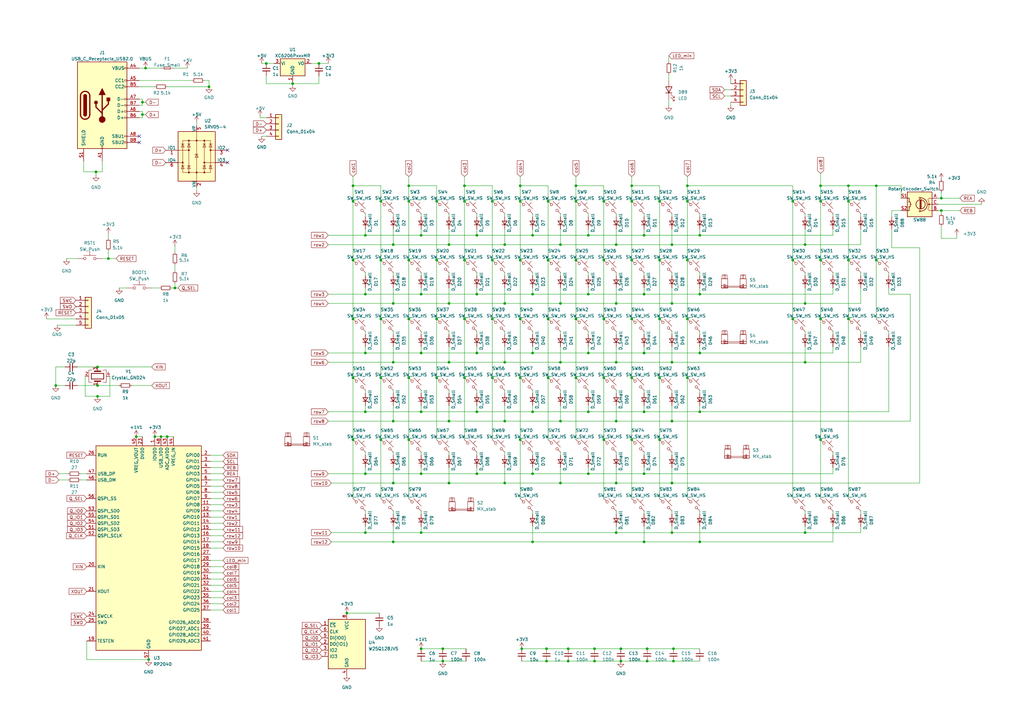
<source format=kicad_sch>
(kicad_sch (version 20230121) (generator eeschema)
  (paper "A3")
  (junction (at 167.64 130.81))
  (junction (at 241.3 168.91))
  (junction (at 55.88 179.07))
  (junction (at 195.58 168.91))
  (junction (at 195.58 96.52))
  (junction (at 184.15 100.33))
  (junction (at 224.79 130.81))
  (junction (at 259.08 180.34))
  (junction (at 275.59 100.33))
  (junction (at 236.22 82.55))
  (junction (at 236.22 76.2))
  (junction (at 190.5 76.2))
  (junction (at 336.55 76.2))
  (junction (at 336.55 82.55))
  (junction (at 190.5 82.55))
  (junction (at 224.79 154.94))
  (junction (at 275.59 218.44))
  (junction (at 172.72 218.44))
  (junction (at 270.51 154.94))
  (junction (at 71.755 118.11))
  (junction (at 167.64 180.34))
  (junction (at 207.01 172.72))
  (junction (at 213.36 180.34))
  (junction (at 229.87 148.59))
  (junction (at 161.29 198.12))
  (junction (at 224.79 82.55))
  (junction (at 179.07 106.68))
  (junction (at 179.07 154.94))
  (junction (at 241.3 194.31))
  (junction (at 259.08 76.2))
  (junction (at 172.72 168.91))
  (junction (at 213.995 266.065))
  (junction (at 161.29 100.33))
  (junction (at 218.44 222.25))
  (junction (at 270.51 130.81))
  (junction (at 172.72 144.78))
  (junction (at 156.21 180.34))
  (junction (at 195.58 144.78))
  (junction (at 265.43 271.145))
  (junction (at 259.08 130.81))
  (junction (at 336.55 180.34))
  (junction (at 213.36 106.68))
  (junction (at 144.78 130.81))
  (junction (at 330.2 148.59))
  (junction (at 287.02 168.91))
  (junction (at 218.44 120.65))
  (junction (at 207.01 124.46))
  (junction (at 218.44 168.91))
  (junction (at 184.15 198.12))
  (junction (at 156.21 154.94))
  (junction (at 276.225 266.065))
  (junction (at 201.93 82.55))
  (junction (at 218.44 144.78))
  (junction (at 190.5 106.68))
  (junction (at 224.155 266.065))
  (junction (at 236.22 130.81))
  (junction (at 179.07 130.81))
  (junction (at 156.21 106.68))
  (junction (at 40.005 158.115))
  (junction (at 236.22 106.68))
  (junction (at 161.29 148.59))
  (junction (at 252.73 100.33))
  (junction (at 144.78 76.2))
  (junction (at 347.98 82.55))
  (junction (at 259.08 154.94))
  (junction (at 247.65 82.55))
  (junction (at 149.86 120.65))
  (junction (at 287.02 120.65))
  (junction (at 281.94 106.68))
  (junction (at 252.73 172.72))
  (junction (at 172.72 96.52))
  (junction (at 359.41 76.2))
  (junction (at 233.045 271.145))
  (junction (at 347.98 130.81))
  (junction (at 161.29 124.46))
  (junction (at 270.51 82.55))
  (junction (at 259.08 82.55))
  (junction (at 149.86 96.52))
  (junction (at 156.21 130.81))
  (junction (at 252.73 148.59))
  (junction (at 236.22 154.94))
  (junction (at 247.65 180.34))
  (junction (at 149.86 218.44))
  (junction (at 59.69 27.94))
  (junction (at 281.94 154.94))
  (junction (at 218.44 96.52))
  (junction (at 144.78 180.34))
  (junction (at 224.155 271.145))
  (junction (at 144.78 154.94))
  (junction (at 359.41 106.68))
  (junction (at 252.73 198.12))
  (junction (at 252.73 218.44))
  (junction (at 270.51 180.34))
  (junction (at 254.635 271.145))
  (junction (at 281.94 76.2))
  (junction (at 241.3 144.78))
  (junction (at 207.01 100.33))
  (junction (at 207.01 148.59))
  (junction (at 190.5 130.81))
  (junction (at 167.64 154.94))
  (junction (at 195.58 194.31))
  (junction (at 252.73 124.46))
  (junction (at 265.43 266.065))
  (junction (at 233.045 266.065))
  (junction (at 195.58 120.65))
  (junction (at 149.86 168.91))
  (junction (at 184.15 172.72))
  (junction (at 201.93 106.68))
  (junction (at 287.02 222.25))
  (junction (at 172.72 266.065))
  (junction (at 287.02 96.52))
  (junction (at 213.36 130.81))
  (junction (at 243.84 271.145))
  (junction (at 243.84 266.065))
  (junction (at 264.16 222.25))
  (junction (at 325.12 82.55))
  (junction (at 276.225 271.145))
  (junction (at 181.61 271.145))
  (junction (at 229.87 100.33))
  (junction (at 66.04 179.07))
  (junction (at 247.65 106.68))
  (junction (at 254.635 266.065))
  (junction (at 172.72 120.65))
  (junction (at 218.44 194.31))
  (junction (at 281.94 82.55))
  (junction (at 281.94 130.81))
  (junction (at 63.5 179.07))
  (junction (at 167.64 106.68))
  (junction (at 264.16 120.65))
  (junction (at 172.72 194.31))
  (junction (at 85.725 35.56))
  (junction (at 264.16 194.31))
  (junction (at 130.81 26.035))
  (junction (at 44.45 106.045))
  (junction (at 275.59 124.46))
  (junction (at 229.87 172.72))
  (junction (at 264.16 96.52))
  (junction (at 22.86 158.115))
  (junction (at 213.36 76.2))
  (junction (at 264.16 144.78))
  (junction (at 275.59 198.12))
  (junction (at 207.01 198.12))
  (junction (at 149.86 194.31))
  (junction (at 287.02 144.78))
  (junction (at 330.2 218.44))
  (junction (at 179.07 82.55))
  (junction (at 149.86 144.78))
  (junction (at 213.36 154.94))
  (junction (at 270.51 106.68))
  (junction (at 40.005 150.495))
  (junction (at 184.15 124.46))
  (junction (at 330.2 100.33))
  (junction (at 247.65 154.94))
  (junction (at 58.42 46.99))
  (junction (at 259.08 106.68))
  (junction (at 161.29 172.72))
  (junction (at 144.78 82.55))
  (junction (at 201.93 154.94))
  (junction (at 39.37 70.485))
  (junction (at 347.98 76.2))
  (junction (at 241.3 96.52))
  (junction (at 184.15 148.59))
  (junction (at 40.005 162.56))
  (junction (at 201.93 130.81))
  (junction (at 167.64 76.2))
  (junction (at 336.55 106.68))
  (junction (at 60.96 270.51))
  (junction (at 264.16 168.91))
  (junction (at 224.79 106.68))
  (junction (at 347.98 106.68))
  (junction (at 68.58 179.07))
  (junction (at 161.29 222.25))
  (junction (at 190.5 154.94))
  (junction (at 144.78 106.68))
  (junction (at 229.87 124.46))
  (junction (at 109.22 26.035))
  (junction (at 120.015 34.29))
  (junction (at 156.21 82.55))
  (junction (at 275.59 148.59))
  (junction (at 247.65 130.81))
  (junction (at 213.36 82.55))
  (junction (at 142.24 251.46))
  (junction (at 386.08 86.36))
  (junction (at 241.3 120.65))
  (junction (at 325.12 106.68))
  (junction (at 229.87 198.12))
  (junction (at 275.59 172.72))
  (junction (at 181.61 266.065))
  (junction (at 325.12 130.81))
  (junction (at 167.64 82.55))
  (junction (at 336.55 130.81))
  (junction (at 386.08 81.28))
  (junction (at 330.2 124.46))
  (junction (at 58.42 41.91))
  (no_connect (at 57.15 58.42))
  (no_connect (at 93.345 61.595))
  (no_connect (at 57.15 55.88))
  (no_connect (at 93.345 66.675))
  (wire (pts (xy 86.36 234.95) (xy 91.44 234.95)))
  (wire (pts (xy 218.44 222.25) (xy 264.16 222.25)))
  (wire (pts (xy 236.22 72.39) (xy 236.22 76.2)))
  (wire (pts (xy 241.3 113.03) (xy 241.3 111.76)))
  (wire (pts (xy 161.29 100.33) (xy 161.29 93.98)))
  (wire (pts (xy 275.59 118.11) (xy 275.59 124.46)))
  (wire (pts (xy 59.69 27.94) (xy 66.04 27.94)))
  (wire (pts (xy 190.5 76.2) (xy 190.5 82.55)))
  (wire (pts (xy 270.51 106.68) (xy 270.51 130.81)))
  (wire (pts (xy 184.15 148.59) (xy 207.01 148.59)))
  (wire (pts (xy 207.01 148.59) (xy 207.01 142.24)))
  (wire (pts (xy 149.86 161.29) (xy 149.86 160.02)))
  (wire (pts (xy 167.64 154.94) (xy 167.64 180.34)))
  (wire (pts (xy 247.65 106.68) (xy 247.65 130.81)))
  (wire (pts (xy 134.62 144.78) (xy 149.86 144.78)))
  (wire (pts (xy 236.22 154.94) (xy 236.22 180.34)))
  (wire (pts (xy 274.32 22.86) (xy 274.32 25.4)))
  (wire (pts (xy 259.08 130.81) (xy 259.08 154.94)))
  (wire (pts (xy 55.88 179.07) (xy 58.42 179.07)))
  (wire (pts (xy 336.55 106.68) (xy 336.55 130.81)))
  (wire (pts (xy 172.72 137.16) (xy 172.72 135.89)))
  (wire (pts (xy 149.86 113.03) (xy 149.86 111.76)))
  (wire (pts (xy 218.44 144.78) (xy 241.3 144.78)))
  (wire (pts (xy 359.41 76.2) (xy 359.41 106.68)))
  (wire (pts (xy 161.29 215.9) (xy 161.29 222.25)))
  (wire (pts (xy 190.5 72.39) (xy 190.5 76.2)))
  (wire (pts (xy 184.15 118.11) (xy 184.15 124.46)))
  (wire (pts (xy 179.07 154.94) (xy 179.07 180.34)))
  (wire (pts (xy 59.69 41.91) (xy 58.42 41.91)))
  (wire (pts (xy 57.15 43.18) (xy 58.42 43.18)))
  (wire (pts (xy 57.15 48.26) (xy 58.42 48.26)))
  (wire (pts (xy 213.36 76.2) (xy 213.36 82.55)))
  (wire (pts (xy 33.02 196.85) (xy 35.56 196.85)))
  (wire (pts (xy 161.29 124.46) (xy 184.15 124.46)))
  (wire (pts (xy 161.29 210.82) (xy 161.29 209.55)))
  (wire (pts (xy 213.995 271.145) (xy 224.155 271.145)))
  (wire (pts (xy 86.36 199.39) (xy 91.44 199.39)))
  (wire (pts (xy 252.73 148.59) (xy 252.73 142.24)))
  (wire (pts (xy 275.59 124.46) (xy 330.2 124.46)))
  (wire (pts (xy 86.36 186.69) (xy 91.44 186.69)))
  (wire (pts (xy 330.2 218.44) (xy 353.06 218.44)))
  (wire (pts (xy 275.59 88.9) (xy 275.59 87.63)))
  (wire (pts (xy 259.08 154.94) (xy 259.08 180.34)))
  (wire (pts (xy 281.94 76.2) (xy 281.94 82.55)))
  (wire (pts (xy 353.06 124.46) (xy 353.06 118.11)))
  (wire (pts (xy 287.02 210.82) (xy 287.02 209.55)))
  (wire (pts (xy 218.44 168.91) (xy 241.3 168.91)))
  (wire (pts (xy 40.005 150.495) (xy 62.23 150.495)))
  (wire (pts (xy 207.01 198.12) (xy 229.87 198.12)))
  (wire (pts (xy 341.63 137.16) (xy 341.63 135.89)))
  (wire (pts (xy 336.55 180.34) (xy 336.55 204.47)))
  (wire (pts (xy 264.16 168.91) (xy 287.02 168.91)))
  (wire (pts (xy 39.37 70.485) (xy 41.91 70.485)))
  (wire (pts (xy 40.005 162.56) (xy 45.085 162.56)))
  (wire (pts (xy 241.3 194.31) (xy 241.3 191.77)))
  (wire (pts (xy 58.42 48.26) (xy 58.42 46.99)))
  (wire (pts (xy 264.16 168.91) (xy 264.16 166.37)))
  (wire (pts (xy 201.93 76.2) (xy 201.93 82.55)))
  (wire (pts (xy 106.68 47.625) (xy 106.68 48.26)))
  (wire (pts (xy 386.08 87.63) (xy 386.08 86.36)))
  (wire (pts (xy 299.72 36.83) (xy 297.18 36.83)))
  (wire (pts (xy 31.75 150.495) (xy 40.005 150.495)))
  (wire (pts (xy 179.07 106.68) (xy 179.07 130.81)))
  (wire (pts (xy 224.79 106.68) (xy 224.79 130.81)))
  (wire (pts (xy 252.73 218.44) (xy 275.59 218.44)))
  (wire (pts (xy 341.63 144.78) (xy 341.63 142.24)))
  (wire (pts (xy 252.73 113.03) (xy 252.73 111.76)))
  (wire (pts (xy 252.73 88.9) (xy 252.73 87.63)))
  (wire (pts (xy 347.98 130.81) (xy 347.98 204.47)))
  (wire (pts (xy 195.58 144.78) (xy 195.58 142.24)))
  (wire (pts (xy 149.86 88.9) (xy 149.86 87.63)))
  (wire (pts (xy 107.315 55.88) (xy 109.22 55.88)))
  (wire (pts (xy 86.36 204.47) (xy 91.44 204.47)))
  (wire (pts (xy 229.87 172.72) (xy 229.87 166.37)))
  (wire (pts (xy 144.78 82.55) (xy 144.78 106.68)))
  (wire (pts (xy 86.36 224.79) (xy 91.44 224.79)))
  (wire (pts (xy 252.73 198.12) (xy 252.73 191.77)))
  (wire (pts (xy 71.755 100.965) (xy 71.755 103.505)))
  (wire (pts (xy 207.01 172.72) (xy 207.01 166.37)))
  (wire (pts (xy 341.63 88.9) (xy 341.63 87.63)))
  (wire (pts (xy 224.155 271.145) (xy 233.045 271.145)))
  (wire (pts (xy 22.86 158.115) (xy 26.67 158.115)))
  (wire (pts (xy 259.08 76.2) (xy 259.08 82.55)))
  (wire (pts (xy 364.49 113.03) (xy 364.49 111.76)))
  (wire (pts (xy 167.64 82.55) (xy 167.64 106.68)))
  (wire (pts (xy 190.5 76.2) (xy 201.93 76.2)))
  (wire (pts (xy 207.01 100.33) (xy 207.01 93.98)))
  (wire (pts (xy 161.29 88.9) (xy 161.29 87.63)))
  (wire (pts (xy 270.51 76.2) (xy 270.51 82.55)))
  (wire (pts (xy 229.87 148.59) (xy 229.87 142.24)))
  (wire (pts (xy 229.87 100.33) (xy 252.73 100.33)))
  (wire (pts (xy 167.64 72.39) (xy 167.64 76.2)))
  (wire (pts (xy 224.79 82.55) (xy 224.79 106.68)))
  (wire (pts (xy 109.22 26.035) (xy 112.395 26.035)))
  (wire (pts (xy 359.41 106.68) (xy 359.41 130.81)))
  (wire (pts (xy 213.36 72.39) (xy 213.36 76.2)))
  (wire (pts (xy 149.86 120.65) (xy 172.72 120.65)))
  (wire (pts (xy 330.2 100.33) (xy 330.2 93.98)))
  (wire (pts (xy 130.81 34.29) (xy 130.81 31.115)))
  (wire (pts (xy 275.59 210.82) (xy 275.59 209.55)))
  (wire (pts (xy 179.07 130.81) (xy 179.07 154.94)))
  (wire (pts (xy 86.36 222.25) (xy 91.44 222.25)))
  (wire (pts (xy 34.925 154.305) (xy 34.925 162.56)))
  (wire (pts (xy 195.58 186.69) (xy 195.58 185.42)))
  (wire (pts (xy 213.995 266.065) (xy 224.155 266.065)))
  (wire (pts (xy 402.59 83.82) (xy 384.81 83.82)))
  (wire (pts (xy 47.625 106.045) (xy 44.45 106.045)))
  (wire (pts (xy 341.63 186.69) (xy 341.63 185.42)))
  (wire (pts (xy 172.72 271.145) (xy 181.61 271.145)))
  (wire (pts (xy 144.78 76.2) (xy 156.21 76.2)))
  (wire (pts (xy 330.2 124.46) (xy 353.06 124.46)))
  (wire (pts (xy 247.65 82.55) (xy 247.65 106.68)))
  (wire (pts (xy 149.86 218.44) (xy 149.86 215.9)))
  (wire (pts (xy 236.22 76.2) (xy 236.22 82.55)))
  (wire (pts (xy 233.045 266.065) (xy 243.84 266.065)))
  (wire (pts (xy 39.37 71.755) (xy 39.37 70.485)))
  (wire (pts (xy 259.08 76.2) (xy 270.51 76.2)))
  (wire (pts (xy 287.02 161.29) (xy 287.02 160.02)))
  (wire (pts (xy 68.58 35.56) (xy 85.725 35.56)))
  (wire (pts (xy 264.16 210.82) (xy 264.16 209.55)))
  (wire (pts (xy 167.64 130.81) (xy 167.64 154.94)))
  (wire (pts (xy 275.59 198.12) (xy 377.19 198.12)))
  (wire (pts (xy 184.15 88.9) (xy 184.15 87.63)))
  (wire (pts (xy 359.41 76.2) (xy 369.57 76.2)))
  (wire (pts (xy 184.15 172.72) (xy 184.15 166.37)))
  (wire (pts (xy 48.895 118.11) (xy 52.07 118.11)))
  (wire (pts (xy 241.3 168.91) (xy 241.3 166.37)))
  (wire (pts (xy 275.59 161.29) (xy 275.59 160.02)))
  (wire (pts (xy 259.08 180.34) (xy 259.08 204.47)))
  (wire (pts (xy 252.73 172.72) (xy 275.59 172.72)))
  (wire (pts (xy 172.72 120.65) (xy 195.58 120.65)))
  (wire (pts (xy 172.72 266.065) (xy 181.61 266.065)))
  (wire (pts (xy 86.36 232.41) (xy 91.44 232.41)))
  (wire (pts (xy 218.44 137.16) (xy 218.44 135.89)))
  (wire (pts (xy 184.15 148.59) (xy 184.15 142.24)))
  (wire (pts (xy 218.44 161.29) (xy 218.44 160.02)))
  (wire (pts (xy 156.21 180.34) (xy 156.21 204.47)))
  (wire (pts (xy 229.87 172.72) (xy 252.73 172.72)))
  (wire (pts (xy 252.73 100.33) (xy 275.59 100.33)))
  (wire (pts (xy 353.06 100.33) (xy 353.06 93.98)))
  (wire (pts (xy 66.04 179.07) (xy 68.58 179.07)))
  (wire (pts (xy 325.12 130.81) (xy 325.12 204.47)))
  (wire (pts (xy 330.2 210.82) (xy 330.2 209.55)))
  (wire (pts (xy 218.44 120.65) (xy 218.44 118.11)))
  (wire (pts (xy 236.22 130.81) (xy 236.22 154.94)))
  (wire (pts (xy 281.94 130.81) (xy 281.94 154.94)))
  (wire (pts (xy 330.2 100.33) (xy 353.06 100.33)))
  (wire (pts (xy 134.62 100.33) (xy 161.29 100.33)))
  (wire (pts (xy 44.45 102.87) (xy 44.45 106.045)))
  (wire (pts (xy 325.12 106.68) (xy 325.12 130.81)))
  (wire (pts (xy 201.93 82.55) (xy 201.93 106.68)))
  (wire (pts (xy 325.12 82.55) (xy 325.12 106.68)))
  (wire (pts (xy 287.02 222.25) (xy 341.63 222.25)))
  (wire (pts (xy 184.15 113.03) (xy 184.15 111.76)))
  (wire (pts (xy 241.3 144.78) (xy 241.3 142.24)))
  (wire (pts (xy 275.59 148.59) (xy 330.2 148.59)))
  (wire (pts (xy 172.72 186.69) (xy 172.72 185.42)))
  (wire (pts (xy 265.43 271.145) (xy 276.225 271.145)))
  (wire (pts (xy 264.16 161.29) (xy 264.16 160.02)))
  (wire (pts (xy 330.2 218.44) (xy 330.2 215.9)))
  (wire (pts (xy 149.86 186.69) (xy 149.86 185.42)))
  (wire (pts (xy 57.15 27.94) (xy 59.69 27.94)))
  (wire (pts (xy 85.725 33.02) (xy 83.82 33.02)))
  (wire (pts (xy 365.76 86.36) (xy 369.57 86.36)))
  (wire (pts (xy 241.3 96.52) (xy 264.16 96.52)))
  (wire (pts (xy 247.65 154.94) (xy 247.65 180.34)))
  (wire (pts (xy 392.43 97.79) (xy 386.08 97.79)))
  (wire (pts (xy 195.58 161.29) (xy 195.58 160.02)))
  (wire (pts (xy 218.44 186.69) (xy 218.44 185.42)))
  (wire (pts (xy 207.01 198.12) (xy 207.01 191.77)))
  (wire (pts (xy 264.16 96.52) (xy 264.16 93.98)))
  (wire (pts (xy 86.36 219.71) (xy 91.44 219.71)))
  (wire (pts (xy 172.72 210.82) (xy 172.72 209.55)))
  (wire (pts (xy 58.42 45.72) (xy 58.42 46.99)))
  (wire (pts (xy 275.59 186.69) (xy 275.59 185.42)))
  (wire (pts (xy 252.73 186.69) (xy 252.73 185.42)))
  (wire (pts (xy 254.635 266.065) (xy 265.43 266.065)))
  (wire (pts (xy 207.01 172.72) (xy 229.87 172.72)))
  (wire (pts (xy 207.01 161.29) (xy 207.01 160.02)))
  (wire (pts (xy 149.86 144.78) (xy 149.86 142.24)))
  (wire (pts (xy 71.755 118.11) (xy 73.025 118.11)))
  (wire (pts (xy 190.5 82.55) (xy 190.5 106.68)))
  (wire (pts (xy 386.08 81.28) (xy 393.7 81.28)))
  (wire (pts (xy 179.07 76.2) (xy 179.07 82.55)))
  (wire (pts (xy 330.2 137.16) (xy 330.2 135.89)))
  (wire (pts (xy 287.02 88.9) (xy 287.02 87.63)))
  (wire (pts (xy 252.73 210.82) (xy 252.73 209.55)))
  (wire (pts (xy 195.58 137.16) (xy 195.58 135.89)))
  (wire (pts (xy 156.21 130.81) (xy 156.21 154.94)))
  (wire (pts (xy 34.29 70.485) (xy 39.37 70.485)))
  (wire (pts (xy 281.94 82.55) (xy 281.94 106.68)))
  (wire (pts (xy 252.73 172.72) (xy 252.73 166.37)))
  (wire (pts (xy 161.29 161.29) (xy 161.29 160.02)))
  (wire (pts (xy 353.06 210.82) (xy 353.06 209.55)))
  (wire (pts (xy 195.58 88.9) (xy 195.58 87.63)))
  (wire (pts (xy 365.76 93.98) (xy 365.76 101.6)))
  (wire (pts (xy 330.2 124.46) (xy 330.2 118.11)))
  (wire (pts (xy 252.73 218.44) (xy 252.73 215.9)))
  (wire (pts (xy 23.495 133.35) (xy 31.115 133.35)))
  (wire (pts (xy 86.36 196.85) (xy 91.44 196.85)))
  (wire (pts (xy 40.005 158.115) (xy 48.895 158.115)))
  (wire (pts (xy 58.42 41.91) (xy 58.42 43.18)))
  (wire (pts (xy 120.015 34.925) (xy 120.015 34.29)))
  (wire (pts (xy 86.36 201.93) (xy 91.44 201.93)))
  (wire (pts (xy 86.36 229.87) (xy 91.44 229.87)))
  (wire (pts (xy 35.56 262.89) (xy 35.56 270.51)))
  (wire (pts (xy 161.29 137.16) (xy 161.29 135.89)))
  (wire (pts (xy 229.87 100.33) (xy 229.87 93.98)))
  (wire (pts (xy 31.75 158.115) (xy 40.005 158.115)))
  (wire (pts (xy 86.36 212.09) (xy 91.44 212.09)))
  (wire (pts (xy 207.01 137.16) (xy 207.01 135.89)))
  (wire (pts (xy 275.59 100.33) (xy 275.59 93.98)))
  (wire (pts (xy 218.44 168.91) (xy 218.44 166.37)))
  (wire (pts (xy 161.29 172.72) (xy 184.15 172.72)))
  (wire (pts (xy 347.98 76.2) (xy 359.41 76.2)))
  (wire (pts (xy 86.36 242.57) (xy 91.44 242.57)))
  (wire (pts (xy 386.08 97.79) (xy 386.08 92.71)))
  (wire (pts (xy 161.29 186.69) (xy 161.29 185.42)))
  (wire (pts (xy 373.38 120.65) (xy 373.38 172.72)))
  (wire (pts (xy 144.78 154.94) (xy 144.78 180.34)))
  (wire (pts (xy 149.86 168.91) (xy 172.72 168.91)))
  (wire (pts (xy 167.64 106.68) (xy 167.64 130.81)))
  (wire (pts (xy 364.49 120.65) (xy 373.38 120.65)))
  (wire (pts (xy 224.79 76.2) (xy 224.79 82.55)))
  (wire (pts (xy 275.59 198.12) (xy 275.59 191.77)))
  (wire (pts (xy 86.36 240.03) (xy 91.44 240.03)))
  (wire (pts (xy 241.3 96.52) (xy 241.3 93.98)))
  (wire (pts (xy 57.15 40.64) (xy 58.42 40.64)))
  (wire (pts (xy 229.87 88.9) (xy 229.87 87.63)))
  (wire (pts (xy 336.55 130.81) (xy 336.55 180.34)))
  (wire (pts (xy 201.93 106.68) (xy 201.93 130.81)))
  (wire (pts (xy 149.86 194.31) (xy 172.72 194.31)))
  (wire (pts (xy 33.02 194.31) (xy 35.56 194.31)))
  (wire (pts (xy 41.91 70.485) (xy 41.91 66.04)))
  (wire (pts (xy 341.63 120.65) (xy 341.63 118.11)))
  (wire (pts (xy 71.12 27.94) (xy 76.835 27.94)))
  (wire (pts (xy 233.045 271.145) (xy 243.84 271.145)))
  (wire (pts (xy 149.86 168.91) (xy 149.86 166.37)))
  (wire (pts (xy 229.87 137.16) (xy 229.87 135.89)))
  (wire (pts (xy 264.16 186.69) (xy 264.16 185.42)))
  (wire (pts (xy 281.94 106.68) (xy 281.94 130.81)))
  (wire (pts (xy 252.73 124.46) (xy 275.59 124.46)))
  (wire (pts (xy 172.72 88.9) (xy 172.72 87.63)))
  (wire (pts (xy 57.15 45.72) (xy 58.42 45.72)))
  (wire (pts (xy 134.62 168.91) (xy 149.86 168.91)))
  (wire (pts (xy 224.79 130.81) (xy 224.79 154.94)))
  (wire (pts (xy 264.16 120.65) (xy 287.02 120.65)))
  (wire (pts (xy 229.87 148.59) (xy 252.73 148.59)))
  (wire (pts (xy 336.55 82.55) (xy 336.55 106.68)))
  (wire (pts (xy 195.58 113.03) (xy 195.58 111.76)))
  (wire (pts (xy 142.24 251.46) (xy 155.575 251.46)))
  (wire (pts (xy 86.36 217.17) (xy 91.44 217.17)))
  (wire (pts (xy 259.08 72.39) (xy 259.08 76.2)))
  (wire (pts (xy 224.79 154.94) (xy 224.79 180.34)))
  (wire (pts (xy 149.86 210.82) (xy 149.86 209.55)))
  (wire (pts (xy 58.42 46.99) (xy 59.69 46.99)))
  (wire (pts (xy 149.86 96.52) (xy 172.72 96.52)))
  (wire (pts (xy 190.5 130.81) (xy 190.5 154.94)))
  (wire (pts (xy 70.485 118.11) (xy 71.755 118.11)))
  (wire (pts (xy 161.29 172.72) (xy 161.29 166.37)))
  (wire (pts (xy 161.29 148.59) (xy 161.29 142.24)))
  (wire (pts (xy 149.86 194.31) (xy 149.86 191.77)))
  (wire (pts (xy 134.62 194.31) (xy 149.86 194.31)))
  (wire (pts (xy 218.44 96.52) (xy 241.3 96.52)))
  (wire (pts (xy 24.13 194.31) (xy 27.94 194.31)))
  (wire (pts (xy 299.72 39.37) (xy 297.18 39.37)))
  (wire (pts (xy 161.29 198.12) (xy 161.29 191.77)))
  (wire (pts (xy 287.02 168.91) (xy 364.49 168.91)))
  (wire (pts (xy 167.64 76.2) (xy 179.07 76.2)))
  (wire (pts (xy 190.5 154.94) (xy 190.5 180.34)))
  (wire (pts (xy 135.89 218.44) (xy 149.86 218.44)))
  (wire (pts (xy 134.62 172.72) (xy 161.29 172.72)))
  (wire (pts (xy 207.01 88.9) (xy 207.01 87.63)))
  (wire (pts (xy 229.87 198.12) (xy 229.87 191.77)))
  (wire (pts (xy 241.3 88.9) (xy 241.3 87.63)))
  (wire (pts (xy 243.84 271.145) (xy 254.635 271.145)))
  (wire (pts (xy 201.93 130.81) (xy 201.93 154.94)))
  (wire (pts (xy 270.51 130.81) (xy 270.51 154.94)))
  (wire (pts (xy 58.42 40.64) (xy 58.42 41.91)))
  (wire (pts (xy 353.06 218.44) (xy 353.06 215.9)))
  (wire (pts (xy 218.44 120.65) (xy 241.3 120.65)))
  (wire (pts (xy 109.22 31.115) (xy 109.22 34.29)))
  (wire (pts (xy 281.94 76.2) (xy 325.12 76.2)))
  (wire (pts (xy 287.02 120.65) (xy 287.02 118.11)))
  (wire (pts (xy 341.63 113.03) (xy 341.63 111.76)))
  (wire (pts (xy 247.65 180.34) (xy 247.65 204.47)))
  (wire (pts (xy 86.36 237.49) (xy 91.44 237.49)))
  (wire (pts (xy 236.22 76.2) (xy 247.65 76.2)))
  (wire (pts (xy 127.635 26.035) (xy 130.81 26.035)))
  (wire (pts (xy 241.3 161.29) (xy 241.3 160.02)))
  (wire (pts (xy 287.02 96.52) (xy 287.02 93.98)))
  (wire (pts (xy 195.58 168.91) (xy 218.44 168.91)))
  (wire (pts (xy 341.63 96.52) (xy 341.63 93.98)))
  (wire (pts (xy 161.29 148.59) (xy 184.15 148.59)))
  (wire (pts (xy 347.98 82.55) (xy 347.98 106.68)))
  (wire (pts (xy 86.36 191.77) (xy 91.44 191.77)))
  (wire (pts (xy 201.93 154.94) (xy 201.93 180.34)))
  (wire (pts (xy 264.16 222.25) (xy 287.02 222.25)))
  (wire (pts (xy 213.36 76.2) (xy 224.79 76.2)))
  (wire (pts (xy 241.3 144.78) (xy 264.16 144.78)))
  (wire (pts (xy 353.06 113.03) (xy 353.06 111.76)))
  (wire (pts (xy 299.72 33.02) (xy 299.72 34.29)))
  (wire (pts (xy 149.86 218.44) (xy 172.72 218.44)))
  (wire (pts (xy 218.44 194.31) (xy 218.44 191.77)))
  (wire (pts (xy 341.63 222.25) (xy 341.63 215.9)))
  (wire (pts (xy 287.02 222.25) (xy 287.02 215.9)))
  (wire (pts (xy 325.12 76.2) (xy 325.12 82.55)))
  (wire (pts (xy 229.87 186.69) (xy 229.87 185.42)))
  (wire (pts (xy 218.44 222.25) (xy 218.44 215.9)))
  (wire (pts (xy 241.3 120.65) (xy 264.16 120.65)))
  (wire (pts (xy 259.08 82.55) (xy 259.08 106.68)))
  (wire (pts (xy 144.78 76.2) (xy 144.78 82.55)))
  (wire (pts (xy 57.15 35.56) (xy 63.5 35.56)))
  (wire (pts (xy 252.73 161.29) (xy 252.73 160.02)))
  (wire (pts (xy 172.72 96.52) (xy 195.58 96.52)))
  (wire (pts (xy 274.32 40.64) (xy 274.32 43.18)))
  (wire (pts (xy 213.36 154.94) (xy 213.36 180.34)))
  (wire (pts (xy 274.32 30.48) (xy 274.32 33.02)))
  (wire (pts (xy 134.62 124.46) (xy 161.29 124.46)))
  (wire (pts (xy 172.72 161.29) (xy 172.72 160.02)))
  (wire (pts (xy 229.87 124.46) (xy 252.73 124.46)))
  (wire (pts (xy 218.44 96.52) (xy 218.44 93.98)))
  (wire (pts (xy 86.36 189.23) (xy 91.44 189.23)))
  (wire (pts (xy 167.64 76.2) (xy 167.64 82.55)))
  (wire (pts (xy 57.15 33.02) (xy 78.74 33.02)))
  (wire (pts (xy 275.59 137.16) (xy 275.59 135.89)))
  (wire (pts (xy 195.58 96.52) (xy 218.44 96.52)))
  (wire (pts (xy 184.15 100.33) (xy 207.01 100.33)))
  (wire (pts (xy 330.2 88.9) (xy 330.2 87.63)))
  (wire (pts (xy 265.43 266.065) (xy 276.225 266.065)))
  (wire (pts (xy 86.36 209.55) (xy 91.44 209.55)))
  (wire (pts (xy 62.23 118.11) (xy 65.405 118.11)))
  (wire (pts (xy 135.89 198.12) (xy 161.29 198.12)))
  (wire (pts (xy 218.44 194.31) (xy 241.3 194.31)))
  (wire (pts (xy 207.01 148.59) (xy 229.87 148.59)))
  (wire (pts (xy 386.08 81.28) (xy 384.81 81.28)))
  (wire (pts (xy 275.59 172.72) (xy 275.59 166.37)))
  (wire (pts (xy 109.22 34.29) (xy 120.015 34.29)))
  (wire (pts (xy 336.55 76.2) (xy 347.98 76.2)))
  (wire (pts (xy 156.21 82.55) (xy 156.21 106.68)))
  (wire (pts (xy 365.76 101.6) (xy 377.19 101.6)))
  (wire (pts (xy 80.645 78.105) (xy 80.645 76.835)))
  (wire (pts (xy 172.72 96.52) (xy 172.72 93.98)))
  (wire (pts (xy 213.36 180.34) (xy 213.36 204.47)))
  (wire (pts (xy 149.86 137.16) (xy 149.86 135.89)))
  (wire (pts (xy 287.02 144.78) (xy 287.02 142.24)))
  (wire (pts (xy 254.635 271.145) (xy 265.43 271.145)))
  (wire (pts (xy 241.3 137.16) (xy 241.3 135.89)))
  (wire (pts (xy 287.02 113.03) (xy 287.02 111.76)))
  (wire (pts (xy 34.29 66.04) (xy 34.29 70.485)))
  (wire (pts (xy 341.63 210.82) (xy 341.63 209.55)))
  (wire (pts (xy 181.61 271.145) (xy 191.135 271.145)))
  (wire (pts (xy 172.72 113.03) (xy 172.72 111.76)))
  (wire (pts (xy 386.08 86.36) (xy 384.81 86.36)))
  (wire (pts (xy 134.62 96.52) (xy 149.86 96.52)))
  (wire (pts (xy 149.86 96.52) (xy 149.86 93.98)))
  (wire (pts (xy 299.72 41.91) (xy 299.72 43.18)))
  (wire (pts (xy 161.29 222.25) (xy 218.44 222.25)))
  (wire (pts (xy 161.29 100.33) (xy 184.15 100.33)))
  (wire (pts (xy 27.94 196.85) (xy 24.13 196.85)))
  (wire (pts (xy 264.16 144.78) (xy 264.16 142.24)))
  (wire (pts (xy 270.51 180.34) (xy 270.51 204.47)))
  (wire (pts (xy 34.925 162.56) (xy 40.005 162.56)))
  (wire (pts (xy 264.16 215.9) (xy 264.16 222.25)))
  (wire (pts (xy 353.06 137.16) (xy 353.06 135.89)))
  (wire (pts (xy 80.645 50.165) (xy 80.645 51.435)))
  (wire (pts (xy 184.15 198.12) (xy 207.01 198.12)))
  (wire (pts (xy 353.06 148.59) (xy 353.06 142.24)))
  (wire (pts (xy 365.76 88.9) (xy 365.76 86.36)))
  (wire (pts (xy 172.72 194.31) (xy 195.58 194.31)))
  (wire (pts (xy 184.15 161.29) (xy 184.15 160.02)))
  (wire (pts (xy 218.44 88.9) (xy 218.44 87.63)))
  (wire (pts (xy 364.49 142.24) (xy 364.49 168.91)))
  (wire (pts (xy 86.36 247.65) (xy 91.44 247.65)))
  (wire (pts (xy 347.98 106.68) (xy 347.98 130.81)))
  (wire (pts (xy 281.94 72.39) (xy 281.94 76.2)))
  (wire (pts (xy 264.16 144.78) (xy 287.02 144.78)))
  (wire (pts (xy 386.08 81.28) (xy 386.08 78.74)))
  (wire (pts (xy 190.5 106.68) (xy 190.5 130.81)))
  (wire (pts (xy 71.755 108.585) (xy 71.755 111.125)))
  (wire (pts (xy 35.56 270.51) (xy 60.96 270.51)))
  (wire (pts (xy 172.72 168.91) (xy 195.58 168.91)))
  (wire (pts (xy 181.61 266.065) (xy 191.135 266.065)))
  (wire (pts (xy 364.49 137.16) (xy 364.49 135.89)))
  (wire (pts (xy 207.01 186.69) (xy 207.01 185.42)))
  (wire (pts (xy 149.86 144.78) (xy 172.72 144.78)))
  (wire (pts (xy 86.36 245.11) (xy 91.44 245.11)))
  (wire (pts (xy 330.2 148.59) (xy 330.2 142.24)))
  (wire (pts (xy 26.67 150.495) (xy 22.86 150.495)))
  (wire (pts (xy 27.305 106.045) (xy 31.75 106.045)))
  (wire (pts (xy 130.81 26.035) (xy 134.62 26.035)))
  (wire (pts (xy 144.78 180.34) (xy 144.78 204.47)))
  (wire (pts (xy 207.01 113.03) (xy 207.01 111.76)))
  (wire (pts (xy 195.58 168.91) (xy 195.58 166.37)))
  (wire (pts (xy 213.36 106.68) (xy 213.36 130.81)))
  (wire (pts (xy 85.725 35.56) (xy 85.725 33.02)))
  (wire (pts (xy 134.62 148.59) (xy 161.29 148.59)))
  (wire (pts (xy 241.3 186.69) (xy 241.3 185.42)))
  (wire (pts (xy 252.73 100.33) (xy 252.73 93.98)))
  (wire (pts (xy 224.155 266.065) (xy 233.045 266.065)))
  (wire (pts (xy 287.02 120.65) (xy 341.63 120.65)))
  (wire (pts (xy 172.72 144.78) (xy 172.72 142.24)))
  (wire (pts (xy 120.015 34.29) (xy 130.81 34.29)))
  (wire (pts (xy 86.36 194.31) (xy 91.44 194.31)))
  (wire (pts (xy 22.86 150.495) (xy 22.86 158.115)))
  (wire (pts (xy 134.62 120.65) (xy 149.86 120.65)))
  (wire (pts (xy 71.755 116.205) (xy 71.755 118.11)))
  (wire (pts (xy 184.15 124.46) (xy 207.01 124.46)))
  (wire (pts (xy 241.3 194.31) (xy 264.16 194.31)))
  (wire (pts (xy 107.315 26.035) (xy 109.22 26.035)))
  (wire (pts (xy 353.06 88.9) (xy 353.06 87.63)))
  (wire (pts (xy 287.02 96.52) (xy 341.63 96.52)))
  (wire (pts (xy 392.43 97.79) (xy 392.43 96.52)))
  (wire (pts (xy 259.08 106.68) (xy 259.08 130.81)))
  (wire (pts (xy 275.59 148.59) (xy 275.59 142.24)))
  (wire (pts (xy 213.36 82.55) (xy 213.36 106.68)))
  (wire (pts (xy 275.59 218.44) (xy 275.59 215.9)))
  (wire (pts (xy 264.16 137.16) (xy 264.16 135.89)))
  (wire (pts (xy 229.87 198.12) (xy 252.73 198.12)))
  (wire (pts (xy 252.73 137.16) (xy 252.73 135.89)))
  (wire (pts (xy 156.21 76.2) (xy 156.21 82.55)))
  (wire (pts (xy 172.72 218.44) (xy 252.73 218.44)))
  (wire (pts (xy 264.16 113.03) (xy 264.16 111.76)))
  (wire (pts (xy 275.59 172.72) (xy 373.38 172.72)))
  (wire (pts (xy 241.3 168.91) (xy 264.16 168.91)))
  (wire (pts (xy 156.21 106.68) (xy 156.21 130.81)))
  (wire (pts (xy 264.16 194.31) (xy 264.16 191.77)))
  (wire (pts (xy 184.15 198.12) (xy 184.15 191.77)))
  (wire (pts (xy 195.58 144.78) (xy 218.44 144.78)))
  (wire (pts (xy 270.51 154.94) (xy 270.51 180.34)))
  (wire (pts (xy 161.29 118.11) (xy 161.29 124.46)))
  (wire (pts (xy 276.225 271.145) (xy 287.02 271.145)))
  (wire (pts (xy 247.65 130.81) (xy 247.65 154.94)))
  (wire (pts (xy 19.05 130.81) (xy 31.115 130.81)))
  (wire (pts (xy 336.55 76.2) (xy 336.55 82.55)))
  (wire (pts (xy 229.87 113.03) (xy 229.87 111.76)))
  (wire (pts (xy 287.02 168.91) (xy 287.02 166.37)))
  (wire (pts (xy 172.72 218.44) (xy 172.72 215.9)))
  (wire (pts (xy 149.86 120.65) (xy 149.86 118.11)))
  (wire (pts (xy 44.45 95.885) (xy 44.45 97.79)))
  (wire (pts (xy 243.84 266.065) (xy 254.635 266.065)))
  (wire (pts (xy 195.58 96.52) (xy 195.58 93.98)))
  (wire (pts (xy 377.19 101.6) (xy 377.19 198.12)))
  (wire (pts (xy 287.02 144.78) (xy 341.63 144.78)))
  (wire (pts (xy 218.44 113.03) (xy 218.44 111.76)))
  (wire (pts (xy 236.22 106.68) (xy 236.22 130.81)))
  (wire (pts (xy 264.16 120.65) (xy 264.16 118.11)))
  (wire (pts (xy 336.55 71.12) (xy 336.55 76.2)))
  (wire (pts (xy 135.89 222.25) (xy 161.29 222.25)))
  (wire (pts (xy 341.63 194.31) (xy 341.63 191.77)))
  (wire (pts (xy 207.01 100.33) (xy 229.87 100.33)))
  (wire (pts (xy 275.59 100.33) (xy 330.2 100.33)))
  (wire (pts (xy 161.29 198.12) (xy 184.15 198.12)))
  (wire (pts (xy 184.15 186.69) (xy 184.15 185.42)))
  (wire (pts (xy 156.21 154.94) (xy 156.21 180.34)))
  (wire (pts (xy 195.58 194.31) (xy 218.44 194.31)))
  (wire (pts (xy 264.16 194.31) (xy 341.63 194.31)))
  (wire (pts (xy 86.36 207.01) (xy 91.44 207.01)))
  (wire (pts (xy 275.59 218.44) (xy 330.2 218.44)))
  (wire (pts (xy 369.57 76.2) (xy 369.57 81.28)))
  (wire (pts (xy 86.36 214.63) (xy 91.44 214.63)))
  (wire (pts (xy 144.78 130.81) (xy 144.78 154.94)))
  (wire (pts (xy 207.01 124.46) (xy 229.87 124.46)))
  (wire (pts (xy 161.29 113.03) (xy 161.29 111.76)))
  (wire (pts (xy 106.68 48.26) (xy 109.22 48.26)))
  (wire (pts (xy 347.98 76.2) (xy 347.98 82.55)))
  (wire (pts (xy 68.58 179.07) (xy 71.12 179.07)))
  (wire (pts (xy 120.015 34.29) (xy 120.015 33.655)))
  (wire (pts (xy 172.72 144.78) (xy 195.58 144.78)))
  (wire (pts (xy 287.02 137.16) (xy 287.02 135.89)))
  (wire (pts (xy 276.225 266.065) (xy 287.02 266.065)))
  (wire (pts (xy 179.07 82.55) (xy 179.07 106.68)))
  (wire (pts (xy 63.5 179.07) (xy 66.04 179.07)))
  (wire (pts (xy 53.975 158.115) (xy 62.23 158.115)))
  (wire (pts (xy 330.2 113.03) (xy 330.2 111.76)))
  (wire (pts (xy 144.78 106.68) (xy 144.78 130.81)))
  (wire (pts (xy 247.65 76.2) (xy 247.65 82.55)))
  (wire (pts (xy 44.45 106.045) (xy 41.91 106.045)))
  (wire (pts (xy 330.2 148.59) (xy 353.06 148.59)))
  (wire (pts (xy 86.36 250.19) (xy 91.44 250.19)))
  (wire (pts (xy 195.58 120.65) (xy 218.44 120.65)))
  (wire (pts (xy 184.15 137.16) (xy 184.15 135.89)))
  (wire (pts (xy 172.72 194.31) (xy 172.72 191.77)))
  (wire (pts (xy 213.36 130.81) (xy 213.36 154.94)))
  (wire (pts (xy 364.49 118.11) (xy 364.49 120.65)))
  (wire (pts (xy 275.59 113.03) (xy 275.59 111.76)))
  (wire (pts (xy 252.73 118.11) (xy 252.73 124.46)))
  (wire (pts (xy 172.72 120.65) (xy 172.72 118.11)))
  (wire (pts (xy 45.085 162.56) (xy 45.085 154.305)))
  (wire (pts (xy 195.58 120.65) (xy 195.58 118.11)))
  (wire (pts (xy 264.16 96.52) (xy 287.02 96.52)))
  (wire (pts (xy 264.16 88.9) (xy 264.16 87.63)))
  (wire (pts (xy 218.44 210.82) (xy 218.44 209.55)))
  (wire (pts (xy 218.44 144.78) (xy 218.44 142.24)))
  (wire (pts (xy 252.73 198.12) (xy 275.59 198.12)))
  (wire (pts (xy 195.58 194.31) (xy 195.58 191.77)))
  (wire (pts (xy 229.87 161.29) (xy 229.87 160.02)))
  (wire (pts (xy 241.3 120.65) (xy 241.3 118.11)))
  (wire (pts (xy 281.94 154.94) (xy 281.94 204.47)))
  (wire (pts (xy 144.78 72.39) (xy 144.78 76.2)))
  (wire (pts (xy 229.87 118.11) (xy 229.87 124.46)))
  (wire (pts (xy 184.15 100.33) (xy 184.15 93.98)))
  (wire (pts (xy 252.73 148.59) (xy 275.59 148.59)))
  (wire (pts (xy 270.51 82.55) (xy 270.51 106.68)))
  (wire (pts (xy 236.22 82.55) (xy 236.22 106.68)))
  (wire (pts (xy 207.01 118.11) (xy 207.01 124.46)))
  (wire (pts (xy 172.72 166.37) (xy 172.72 168.91)))
  (wire (pts (xy 386.08 86.36) (xy 393.7 86.36)))
  (wire (pts (xy 184.15 172.72) (xy 207.01 172.72)))
  (wire (pts (xy 167.64 180.34) (xy 167.64 204.47)))
  (global_label "XOUT" (shape input) (at 35.56 242.57 180) (property "Intersheetrefs" "${INTERSHEET_REFS}" (effects hide)))
  (global_label "LED_min" (shape input) (at 91.44 229.87 0) (property "Intersheetrefs" "${INTERSHEET_REFS}" (effects hide)))
  (global_label "SWD" (shape input) (at 31.115 125.73 180) (property "Intersheetrefs" "${INTERSHEET_REFS}" (effects hide)))
  (global_label "row8" (shape input) (at 91.44 199.39 0) (property "Intersheetrefs" "${INTERSHEET_REFS}" (effects hide)))
  (global_label "row2" (shape input) (at 134.62 100.33 180) (property "Intersheetrefs" "${INTERSHEET_REFS}" (effects hide)))
  (global_label "RESET" (shape input) (at 31.115 128.27 180) (property "Intersheetrefs" "${INTERSHEET_REFS}" (effects hide)))
  (global_label "row6" (shape input) (at 91.44 204.47 0) (property "Intersheetrefs" "${INTERSHEET_REFS}" (effects hide)))
  (global_label "Q_IO1" (shape input) (at 132.08 264.16 180) (property "Intersheetrefs" "${INTERSHEET_REFS}" (effects hide)))
  (global_label "D-" (shape input) (at 59.69 41.91 0) (property "Intersheetrefs" "${INTERSHEET_REFS}" (effects hide)))
  (global_label "col1" (shape input) (at 144.78 72.39 90) (property "Intersheetrefs" "${INTERSHEET_REFS}" (effects hide)))
  (global_label "col3" (shape input) (at 91.44 245.11 0) (property "Intersheetrefs" "${INTERSHEET_REFS}" (effects hide)))
  (global_label "Q_IO2" (shape input) (at 132.08 266.7 180) (property "Intersheetrefs" "${INTERSHEET_REFS}" (effects hide)))
  (global_label "row3" (shape input) (at 91.44 207.01 0) (property "Intersheetrefs" "${INTERSHEET_REFS}" (effects hide)))
  (global_label "XOUT" (shape input) (at 62.23 158.115 0) (property "Intersheetrefs" "${INTERSHEET_REFS}" (effects hide)))
  (global_label "row5" (shape input) (at 134.62 144.78 180) (property "Intersheetrefs" "${INTERSHEET_REFS}" (effects hide)))
  (global_label "Q_SEL" (shape input) (at 35.56 204.47 180) (property "Intersheetrefs" "${INTERSHEET_REFS}" (effects hide)))
  (global_label "row7" (shape input) (at 134.62 168.91 180) (property "Intersheetrefs" "${INTERSHEET_REFS}" (effects hide)))
  (global_label "Q_IO2" (shape input) (at 35.56 214.63 180) (property "Intersheetrefs" "${INTERSHEET_REFS}" (effects hide)))
  (global_label "Q_SEL" (shape input) (at 73.025 118.11 0) (property "Intersheetrefs" "${INTERSHEET_REFS}" (effects hide)))
  (global_label "col1" (shape input) (at 91.44 250.19 0) (property "Intersheetrefs" "${INTERSHEET_REFS}" (effects hide)))
  (global_label "REA" (shape input) (at 91.44 194.31 0) (property "Intersheetrefs" "${INTERSHEET_REFS}" (effects hide)))
  (global_label "D-" (shape input) (at 67.945 66.675 180) (property "Intersheetrefs" "${INTERSHEET_REFS}" (effects hide)))
  (global_label "SDA" (shape input) (at 91.44 186.69 0) (property "Intersheetrefs" "${INTERSHEET_REFS}" (effects hide)))
  (global_label "D+" (shape input) (at 59.69 46.99 0) (property "Intersheetrefs" "${INTERSHEET_REFS}" (effects hide)))
  (global_label "row10" (shape input) (at 91.44 224.79 0) (property "Intersheetrefs" "${INTERSHEET_REFS}" (effects hide)))
  (global_label "Q_IO3" (shape input) (at 132.08 269.24 180) (property "Intersheetrefs" "${INTERSHEET_REFS}" (effects hide)))
  (global_label "Q_CLK" (shape input) (at 132.08 259.08 180) (effects (font (size 1.26 1.26))) (property "Intersheetrefs" "${INTERSHEET_REFS}" (effects hide)))
  (global_label "D-" (shape input) (at 24.13 196.85 180) (property "Intersheetrefs" "${INTERSHEET_REFS}" (effects hide)))
  (global_label "Q_IO3" (shape input) (at 35.56 217.17 180) (property "Intersheetrefs" "${INTERSHEET_REFS}" (effects hide)))
  (global_label "SCL" (shape input) (at 297.18 39.37 180) (property "Intersheetrefs" "${INTERSHEET_REFS}" (effects hide)))
  (global_label "col4" (shape input) (at 91.44 242.57 0) (property "Intersheetrefs" "${INTERSHEET_REFS}" (effects hide)))
  (global_label "row7" (shape input) (at 91.44 196.85 0) (property "Intersheetrefs" "${INTERSHEET_REFS}" (effects hide)))
  (global_label "row1" (shape input) (at 91.44 212.09 0) (property "Intersheetrefs" "${INTERSHEET_REFS}" (effects hide)))
  (global_label "row10" (shape input) (at 135.89 198.12 180) (property "Intersheetrefs" "${INTERSHEET_REFS}" (effects hide)))
  (global_label "row12" (shape input) (at 91.44 219.71 0) (property "Intersheetrefs" "${INTERSHEET_REFS}" (effects hide)))
  (global_label "D+" (shape input) (at 24.13 194.31 180) (property "Intersheetrefs" "${INTERSHEET_REFS}" (effects hide)))
  (global_label "REA" (shape input) (at 393.7 81.28 0) (property "Intersheetrefs" "${INTERSHEET_REFS}" (effects hide)))
  (global_label "RESET" (shape input) (at 35.56 186.69 180) (property "Intersheetrefs" "${INTERSHEET_REFS}" (effects hide)))
  (global_label "col8" (shape input) (at 91.44 232.41 0) (property "Intersheetrefs" "${INTERSHEET_REFS}" (effects hide)))
  (global_label "SDA" (shape input) (at 297.18 36.83 180) (property "Intersheetrefs" "${INTERSHEET_REFS}" (effects hide)))
  (global_label "D+" (shape input) (at 109.22 53.34 180) (property "Intersheetrefs" "${INTERSHEET_REFS}" (effects hide)))
  (global_label "D-" (shape input) (at 109.22 50.8 180) (property "Intersheetrefs" "${INTERSHEET_REFS}" (effects hide)))
  (global_label "Q_SEL" (shape input) (at 132.08 256.54 180) (property "Intersheetrefs" "${INTERSHEET_REFS}" (effects hide)))
  (global_label "REB" (shape input) (at 91.44 191.77 0) (property "Intersheetrefs" "${INTERSHEET_REFS}" (effects hide)))
  (global_label "D+" (shape input) (at 67.945 61.595 180) (property "Intersheetrefs" "${INTERSHEET_REFS}" (effects hide)))
  (global_label "row12" (shape input) (at 135.89 222.25 180) (property "Intersheetrefs" "${INTERSHEET_REFS}" (effects hide)))
  (global_label "col3" (shape input) (at 190.5 72.39 90) (property "Intersheetrefs" "${INTERSHEET_REFS}" (effects hide)))
  (global_label "row8" (shape input) (at 134.62 172.72 180) (property "Intersheetrefs" "${INTERSHEET_REFS}" (effects hide)))
  (global_label "SWC" (shape input) (at 35.56 252.73 180) (property "Intersheetrefs" "${INTERSHEET_REFS}" (effects hide)))
  (global_label "col5" (shape input) (at 236.22 72.39 90) (property "Intersheetrefs" "${INTERSHEET_REFS}" (effects hide)))
  (global_label "row2" (shape input) (at 91.44 214.63 0) (property "Intersheetrefs" "${INTERSHEET_REFS}" (effects hide)))
  (global_label "Q_CLK" (shape input) (at 35.56 219.71 180) (property "Intersheetrefs" "${INTERSHEET_REFS}" (effects hide)))
  (global_label "row11" (shape input) (at 91.44 217.17 0) (property "Intersheetrefs" "${INTERSHEET_REFS}" (effects hide)))
  (global_label "col6" (shape input) (at 259.08 72.39 90) (property "Intersheetrefs" "${INTERSHEET_REFS}" (effects hide)))
  (global_label "Q_IO0" (shape input) (at 35.56 209.55 180) (property "Intersheetrefs" "${INTERSHEET_REFS}" (effects hide)))
  (global_label "row11" (shape input) (at 135.89 218.44 180) (property "Intersheetrefs" "${INTERSHEET_REFS}" (effects hide)))
  (global_label "SCL" (shape input) (at 91.44 189.23 0) (property "Intersheetrefs" "${INTERSHEET_REFS}" (effects hide)))
  (global_label "Q_IO1" (shape input) (at 35.56 212.09 180) (property "Intersheetrefs" "${INTERSHEET_REFS}" (effects hide)))
  (global_label "RESET" (shape input) (at 47.625 106.045 0) (property "Intersheetrefs" "${INTERSHEET_REFS}" (effects hide)))
  (global_label "row9" (shape input) (at 134.62 194.31 180) (property "Intersheetrefs" "${INTERSHEET_REFS}" (effects hide)))
  (global_label "Q_IO0" (shape input) (at 132.08 261.62 180) (property "Intersheetrefs" "${INTERSHEET_REFS}" (effects hide)))
  (global_label "row5" (shape input) (at 91.44 201.93 0) (property "Intersheetrefs" "${INTERSHEET_REFS}" (effects hide)))
  (global_label "row3" (shape input) (at 134.62 120.65 180) (property "Intersheetrefs" "${INTERSHEET_REFS}" (effects hide)))
  (global_label "SWD" (shape input) (at 35.56 255.27 180) (property "Intersheetrefs" "${INTERSHEET_REFS}" (effects hide)))
  (global_label "col5" (shape input) (at 91.44 240.03 0) (property "Intersheetrefs" "${INTERSHEET_REFS}" (effects hide)))
  (global_label "row1" (shape input) (at 134.62 96.52 180) (property "Intersheetrefs" "${INTERSHEET_REFS}" (effects hide)))
  (global_label "col7" (shape input) (at 281.94 72.39 90) (property "Intersheetrefs" "${INTERSHEET_REFS}" (effects hide)))
  (global_label "row6" (shape input) (at 134.62 148.59 180) (property "Intersheetrefs" "${INTERSHEET_REFS}" (effects hide)))
  (global_label "LED_min" (shape input) (at 274.32 22.86 0) (property "Intersheetrefs" "${INTERSHEET_REFS}" (effects hide)))
  (global_label "XIN" (shape input) (at 35.56 232.41 180) (property "Intersheetrefs" "${INTERSHEET_REFS}" (effects hide)))
  (global_label "SWC" (shape input) (at 31.115 123.19 180) (property "Intersheetrefs" "${INTERSHEET_REFS}" (effects hide)))
  (global_label "row4" (shape input) (at 91.44 209.55 0) (property "Intersheetrefs" "${INTERSHEET_REFS}" (effects hide)))
  (global_label "col8" (shape input) (at 336.55 71.12 90) (property "Intersheetrefs" "${INTERSHEET_REFS}" (effects hide)))
  (global_label "row9" (shape input) (at 91.44 222.25 0) (property "Intersheetrefs" "${INTERSHEET_REFS}" (effects hide)))
  (global_label "col6" (shape input) (at 91.44 237.49 0) (property "Intersheetrefs" "${INTERSHEET_REFS}" (effects hide)))
  (global_label "col4" (shape input) (at 213.36 72.39 90) (property "Intersheetrefs" "${INTERSHEET_REFS}" (effects hide)))
  (global_label "col2" (shape input) (at 91.44 247.65 0) (property "Intersheetrefs" "${INTERSHEET_REFS}" (effects hide)))
  (global_label "col7" (shape input) (at 91.44 234.95 0) (property "Intersheetrefs" "${INTERSHEET_REFS}" (effects hide)))
  (global_label "XIN" (shape input) (at 62.23 150.495 0) (property "Intersheetrefs" "${INTERSHEET_REFS}" (effects hide)))
  (global_label "col2" (shape input) (at 167.64 72.39 90) (property "Intersheetrefs" "${INTERSHEET_REFS}" (effects hide)))
  (global_label "row4" (shape input) (at 134.62 124.46 180) (property "Intersheetrefs" "${INTERSHEET_REFS}" (effects hide)))
  (global_label "REB" (shape input) (at 393.7 86.36 0) (property "Intersheetrefs" "${INTERSHEET_REFS}" (effects hide)))
  (symbol (lib_id "Device:C_Small") (at 233.045 268.605 0) (unit 1)
    (property "Reference" "C11" (at 236.22 267.9763 0) (effects (justify left)))
    (property "Value" "100n" (at 236.22 270.5163 0) (effects (justify left)))
    (property "Footprint" "Capacitor_SMD:C_0402_1005Metric" (effects hide))
  )
  (symbol (lib_id "Regulator_Linear:XC6206PxxxMR") (at 120.015 26.035 0) (unit 1)
    (property "Reference" "U1" (at 120.015 20.32 0))
    (property "Value" "XC6206PxxxMR" (at 120.015 22.86 0))
    (property "Footprint" "Package_TO_SOT_SMD:SOT-23-3" (effects hide))
    (property "Datasheet" "https://www.torexsemi.com/file/xc6206/XC6206.pdf" (effects hide))
  )
  (symbol (lib_id "Device:RotaryEncoder_Switch") (at 377.19 83.82 0) (mirror y) (unit 1)
    (property "Reference" "SW88" (at 377.19 90.17 0))
    (property "Value" "RotaryEncoder_Switch" (at 374.65 77.47 0))
    (property "Footprint" "TKL_1:RotaryEncoder_Alps_EC12E-Switch_Vertical_H20mm" (effects hide))
  )
  (symbol (lib_id "Device:D_Small") (at 241.3 115.57 270) (mirror x) (unit 1)
    (property "Reference" "D25" (at 245.6576 115.57 0))
    (property "Value" "D_Small" (at 243.1176 115.57 0))
    (property "Footprint" "Diode_SMD:D_SOD-123" (effects hide))
    (property "Sim.Device" "D" (effects hide))
    (property "Sim.Pins" "1=K 2=A" (effects hide))
  )
  (symbol (lib_id "Device:D_Small") (at 252.73 189.23 270) (mirror x) (unit 1)
    (property "Reference" "D73" (at 257.0876 189.23 0))
    (property "Value" "D_Small" (at 254.5476 189.23 0))
    (property "Footprint" "Diode_SMD:D_SOD-123" (effects hide))
    (property "Sim.Device" "D" (effects hide))
    (property "Sim.Pins" "1=K 2=A" (effects hide))
  )
  (symbol (lib_id "Device:D_Small") (at 264.16 163.83 270) (mirror x) (unit 1)
    (property "Reference" "D61" (at 268.5176 163.83 0))
    (property "Value" "D_Small" (at 265.9776 163.83 0))
    (property "Footprint" "Diode_SMD:D_SOD-123" (effects hide))
    (property "Sim.Device" "D" (effects hide))
    (property "Sim.Pins" "1=K 2=A" (effects hide))
  )
  (symbol (lib_id "Device:R_Small") (at 30.48 196.85 90) (unit 1)
    (property "Reference" "R11" (at 30.48 199.39 90))
    (property "Value" "27" (at 30.48 201.93 90))
    (property "Footprint" "Resistor_SMD:R_0603_1608Metric" (effects hide))
  )
  (symbol (lib_id "PCM_marbastlib-mx:MX_SW_HS") (at 339.09 133.35 0) (unit 1)
    (property "Reference" "SW48" (at 339.09 127 0))
    (property "Value" "SW_SW_HS" (at 339.09 129.54 0))
    (property "Footprint" "PCM_marbastlib-mx:SW_MX_HS_1u" (effects hide))
  )
  (symbol (lib_id "power:+5V") (at 107.315 26.035 0) (unit 1)
    (property "Reference" "#PWR01" (effects hide))
    (property "Value" "+5V" (at 107.315 22.86 0))
  )
  (symbol (lib_id "Device:D_Small") (at 149.86 163.83 270) (mirror x) (unit 1)
    (property "Reference" "D51" (at 154.2176 163.83 0))
    (property "Value" "D_Small" (at 151.6776 163.83 0))
    (property "Footprint" "Diode_SMD:D_SOD-123" (effects hide))
    (property "Sim.Device" "D" (effects hide))
    (property "Sim.Pins" "1=K 2=A" (effects hide))
  )
  (symbol (lib_id "PCM_marbastlib-mx:MX_SW_HS") (at 193.04 157.48 0) (unit 1)
    (property "Reference" "SW55" (at 193.04 151.13 0))
    (property "Value" "SW_SW_HS" (at 193.04 153.67 0))
    (property "Footprint" "PCM_marbastlib-mx:SW_MX_HS_1u" (effects hide))
  )
  (symbol (lib_id "PCM_marbastlib-mx:MX_SW_HS") (at 147.32 157.48 0) (unit 1)
    (property "Reference" "SW51" (at 147.32 151.13 0))
    (property "Value" "SW_SW_HS" (at 147.32 153.67 0))
    (property "Footprint" "PCM_marbastlib-mx:SW_MX_HS_1u" (effects hide))
  )
  (symbol (lib_id "Device:D_Small") (at 161.29 91.44 270) (mirror x) (unit 1)
    (property "Reference" "D2" (at 165.6476 91.44 0))
    (property "Value" "D_Small" (at 163.1076 91.44 0))
    (property "Footprint" "Diode_SMD:D_SOD-123" (effects hide))
    (property "Sim.Device" "D" (effects hide))
    (property "Sim.Pins" "1=K 2=A" (effects hide))
  )
  (symbol (lib_id "PCM_marbastlib-mx:MX_SW_HS") (at 215.9 182.88 0) (unit 1)
    (property "Reference" "SW70" (at 215.9 176.53 0))
    (property "Value" "SW_SW_HS" (at 215.9 179.07 0))
    (property "Footprint" "PCM_marbastlib-mx:SW_MX_HS_1u" (effects hide))
  )
  (symbol (lib_id "power:+3V3") (at 19.05 130.81 0) (unit 1)
    (property "Reference" "#PWR021" (effects hide))
    (property "Value" "+3V3" (at 19.05 127 0))
  )
  (symbol (lib_id "PCM_marbastlib-mx:MX_SW_HS") (at 158.75 207.01 0) (unit 1)
    (property "Reference" "SW78" (at 158.75 200.66 0))
    (property "Value" "SW_SW_HS" (at 158.75 203.2 0))
    (property "Footprint" "PCM_marbastlib-mx:SW_MX_HS_1.25u" (effects hide))
  )
  (symbol (lib_id "Device:D_Small") (at 241.3 139.7 270) (mirror x) (unit 1)
    (property "Reference" "D42" (at 245.6576 139.7 0))
    (property "Value" "D_Small" (at 243.1176 139.7 0))
    (property "Footprint" "Diode_SMD:D_SOD-123" (effects hide))
    (property "Sim.Device" "D" (effects hide))
    (property "Sim.Pins" "1=K 2=A" (effects hide))
  )
  (symbol (lib_id "PCM_marbastlib-mx:MX_stab") (at 302.26 185.42 0) (unit 1)
    (property "Reference" "S3" (at 308.61 184.658 0) (effects (justify left)))
    (property "Value" "MX_stab" (at 308.61 187.198 0) (effects (justify left)))
    (property "Footprint" "PCM_marbastlib-mx:STAB_MX_P_2.75u" (effects hide))
  )
  (symbol (lib_id "Device:D_Small") (at 229.87 91.44 270) (mirror x) (unit 1)
    (property "Reference" "D8" (at 234.2276 91.44 0))
    (property "Value" "D_Small" (at 231.6876 91.44 0))
    (property "Footprint" "Diode_SMD:D_SOD-123" (effects hide))
    (property "Sim.Device" "D" (effects hide))
    (property "Sim.Pins" "1=K 2=A" (effects hide))
  )
  (symbol (lib_id "PCM_marbastlib-mx:MX_SW_HS") (at 204.47 109.22 0) (unit 1)
    (property "Reference" "SW22" (at 204.47 102.87 0))
    (property "Value" "SW_SW_HS" (at 204.47 105.41 0))
    (property "Footprint" "PCM_marbastlib-mx:SW_MX_HS_1u" (effects hide))
  )
  (symbol (lib_id "Device:D_Small") (at 275.59 163.83 270) (mirror x) (unit 1)
    (property "Reference" "D62" (at 279.9476 163.83 0))
    (property "Value" "D_Small" (at 277.4076 163.83 0))
    (property "Footprint" "Diode_SMD:D_SOD-123" (effects hide))
    (property "Sim.Device" "D" (effects hide))
    (property "Sim.Pins" "1=K 2=A" (effects hide))
  )
  (symbol (lib_id "power:+3V3") (at 213.995 266.065 0) (unit 1)
    (property "Reference" "#PWR030" (effects hide))
    (property "Value" "+3V3" (at 213.995 262.255 0))
  )
  (symbol (lib_id "PCM_marbastlib-mx:MX_SW_HS") (at 170.18 207.01 0) (unit 1)
    (property "Reference" "SW79" (at 170.18 200.66 0))
    (property "Value" "SW_SW_HS" (at 170.18 203.2 0))
    (property "Footprint" "PCM_marbastlib-mx:SW_MX_HS_1.25u" (effects hide))
  )
  (symbol (lib_id "Device:D_Small") (at 195.58 115.57 270) (mirror x) (unit 1)
    (property "Reference" "D21" (at 199.9376 115.57 0))
    (property "Value" "D_Small" (at 197.3976 115.57 0))
    (property "Footprint" "Diode_SMD:D_SOD-123" (effects hide))
    (property "Sim.Device" "D" (effects hide))
    (property "Sim.Pins" "1=K 2=A" (effects hide))
  )
  (symbol (lib_id "PCM_marbastlib-mx:MX_SW_HS") (at 193.04 85.09 0) (unit 1)
    (property "Reference" "SW5" (at 193.04 78.74 0))
    (property "Value" "SW_SW_HS" (at 193.04 81.28 0))
    (property "Footprint" "PCM_marbastlib-mx:SW_MX_HS_1u" (effects hide))
  )
  (symbol (lib_id "Device:D_Small") (at 287.02 139.7 270) (mirror x) (unit 1)
    (property "Reference" "D46" (at 291.3776 139.7 0))
    (property "Value" "D_Small" (at 288.8376 139.7 0))
    (property "Footprint" "Diode_SMD:D_SOD-123" (effects hide))
    (property "Sim.Device" "D" (effects hide))
    (property "Sim.Pins" "1=K 2=A" (effects hide))
  )
  (symbol (lib_id "Device:D_Small") (at 275.59 139.7 270) (mirror x) (unit 1)
    (property "Reference" "D45" (at 279.9476 139.7 0))
    (property "Value" "D_Small" (at 277.4076 139.7 0))
    (property "Footprint" "Diode_SMD:D_SOD-123" (effects hide))
    (property "Sim.Device" "D" (effects hide))
    (property "Sim.Pins" "1=K 2=A" (effects hide))
  )
  (symbol (lib_id "PCM_marbastlib-mx:MX_SW_HS") (at 284.48 133.35 0) (unit 1)
    (property "Reference" "SW46" (at 284.48 127 0))
    (property "Value" "SW_SW_HS" (at 284.48 129.54 0))
    (property "Footprint" "PCM_marbastlib-mx:SW_MX_HS_1u" (effects hide))
  )
  (symbol (lib_id "PCM_marbastlib-mx:MX_stab") (at 189.23 207.01 0) (unit 1)
    (property "Reference" "S2" (at 195.58 206.248 0) (effects (justify left)))
    (property "Value" "MX_stab" (at 195.58 208.788 0) (effects (justify left)))
    (property "Footprint" "PCM_marbastlib-mx:STAB_MX_P_6.25u" (effects hide))
  )
  (symbol (lib_id "Device:D_Small") (at 353.06 139.7 270) (mirror x) (unit 1)
    (property "Reference" "D49" (at 357.4176 139.7 0))
    (property "Value" "D_Small" (at 354.8776 139.7 0))
    (property "Footprint" "Diode_SMD:D_SOD-123" (effects hide))
    (property "Sim.Device" "D" (effects hide))
    (property "Sim.Pins" "1=K 2=A" (effects hide))
  )
  (symbol (lib_id "PCM_marbastlib-mx:MX_SW_HS") (at 327.66 207.01 0) (unit 1)
    (property "Reference" "SW85" (at 327.66 200.66 0))
    (property "Value" "SW_SW_HS" (at 327.66 203.2 0))
    (property "Footprint" "PCM_marbastlib-mx:SW_MX_HS_1u" (effects hide))
  )
  (symbol (lib_id "PCM_marbastlib-mx:MX_SW_HS") (at 273.05 182.88 0) (unit 1)
    (property "Reference" "SW75" (at 273.05 176.53 0))
    (property "Value" "SW_SW_HS" (at 273.05 179.07 0))
    (property "Footprint" "PCM_marbastlib-mx:SW_MX_HS_1u" (effects hide))
  )
  (symbol (lib_id "Device:D_Small") (at 341.63 189.23 270) (mirror x) (unit 1)
    (property "Reference" "D76" (at 345.9876 189.23 0))
    (property "Value" "D_Small" (at 343.4476 189.23 0))
    (property "Footprint" "Diode_SMD:D_SOD-123" (effects hide))
    (property "Sim.Device" "D" (effects hide))
    (property "Sim.Pins" "1=K 2=A" (effects hide))
  )
  (symbol (lib_id "Device:D_Small") (at 195.58 189.23 270) (mirror x) (unit 1)
    (property "Reference" "D68" (at 199.9376 189.23 0))
    (property "Value" "D_Small" (at 197.3976 189.23 0))
    (property "Footprint" "Diode_SMD:D_SOD-123" (effects hide))
    (property "Sim.Device" "D" (effects hide))
    (property "Sim.Pins" "1=K 2=A" (effects hide))
  )
  (symbol (lib_id "Device:D_Small") (at 184.15 189.23 270) (mirror x) (unit 1)
    (property "Reference" "D67" (at 188.5076 189.23 0))
    (property "Value" "D_Small" (at 185.9676 189.23 0))
    (property "Footprint" "Diode_SMD:D_SOD-123" (effects hide))
    (property "Sim.Device" "D" (effects hide))
    (property "Sim.Pins" "1=K 2=A" (effects hide))
  )
  (symbol (lib_id "power:GND") (at 107.315 55.88 0) (unit 1)
    (property "Reference" "#PWR011" (effects hide))
    (property "Value" "GND" (at 107.315 60.325 0))
  )
  (symbol (lib_id "power:+3V3") (at 134.62 26.035 0) (unit 1)
    (property "Reference" "#PWR02" (effects hide))
    (property "Value" "+3V3" (at 134.62 22.86 0))
  )
  (symbol (lib_id "PCM_marbastlib-mx:MX_SW_HS") (at 170.18 133.35 0) (unit 1)
    (property "Reference" "SW36" (at 170.18 127 0))
    (property "Value" "SW_SW_HS" (at 170.18 129.54 0))
    (property "Footprint" "PCM_marbastlib-mx:SW_MX_HS_1u" (effects hide))
  )
  (symbol (lib_id "Device:D_Small") (at 241.3 189.23 270) (mirror x) (unit 1)
    (property "Reference" "D72" (at 245.6576 189.23 0))
    (property "Value" "D_Small" (at 243.1176 189.23 0))
    (property "Footprint" "Diode_SMD:D_SOD-123" (effects hide))
    (property "Sim.Device" "D" (effects hide))
    (property "Sim.Pins" "1=K 2=A" (effects hide))
  )
  (symbol (lib_id "Device:D_Small") (at 275.59 115.57 270) (mirror x) (unit 1)
    (property "Reference" "D28" (at 279.9476 115.57 0))
    (property "Value" "D_Small" (at 277.4076 115.57 0))
    (property "Footprint" "Diode_SMD:D_SOD-123" (effects hide))
    (property "Sim.Device" "D" (effects hide))
    (property "Sim.Pins" "1=K 2=A" (effects hide))
  )
  (symbol (lib_id "PCM_marbastlib-mx:MX_SW_HS") (at 181.61 85.09 0) (unit 1)
    (property "Reference" "SW4" (at 181.61 78.74 0))
    (property "Value" "SW_SW_HS" (at 181.61 81.28 0))
    (property "Footprint" "PCM_marbastlib-mx:SW_MX_HS_1u" (effects hide))
  )
  (symbol (lib_id "power:+5V") (at 80.645 50.165 0) (unit 1)
    (property "Reference" "#PWR010" (effects hide))
    (property "Value" "+5V" (at 80.645 46.99 0))
  )
  (symbol (lib_id "PCM_marbastlib-mx:MX_SW_HS") (at 158.75 133.35 0) (unit 1)
    (property "Reference" "SW35" (at 158.75 127 0))
    (property "Value" "SW_SW_HS" (at 158.75 129.54 0))
    (property "Footprint" "PCM_marbastlib-mx:SW_MX_HS_1u" (effects hide))
  )
  (symbol (lib_id "Device:D_Small") (at 218.44 91.44 270) (mirror x) (unit 1)
    (property "Reference" "D7" (at 222.7976 91.44 0))
    (property "Value" "D_Small" (at 220.2576 91.44 0))
    (property "Footprint" "Diode_SMD:D_SOD-123" (effects hide))
    (property "Sim.Device" "D" (effects hide))
    (property "Sim.Pins" "1=K 2=A" (effects hide))
  )
  (symbol (lib_id "power:+3V3") (at 63.5 179.07 0) (unit 1)
    (property "Reference" "#PWR026" (effects hide))
    (property "Value" "+3V3" (at 63.5 175.26 0))
  )
  (symbol (lib_id "power:GND") (at 142.24 276.86 0) (unit 1)
    (property "Reference" "#PWR034" (effects hide))
    (property "Value" "GND" (at 142.24 281.94 0))
  )
  (symbol (lib_id "Device:D_Small") (at 218.44 139.7 270) (mirror x) (unit 1)
    (property "Reference" "D40" (at 222.7976 139.7 0))
    (property "Value" "D_Small" (at 220.2576 139.7 0))
    (property "Footprint" "Diode_SMD:D_SOD-123" (effects hide))
    (property "Sim.Device" "D" (effects hide))
    (property "Sim.Pins" "1=K 2=A" (effects hide))
  )
  (symbol (lib_id "Device:LED") (at 274.32 36.83 90) (unit 1)
    (property "Reference" "D89" (at 278.13 37.7825 90) (effects (justify right)))
    (property "Value" "LED" (at 278.13 40.3225 90) (effects (justify right)))
    (property "Footprint" "LED_SMD:LED_1206_3216Metric_Pad1.42x1.75mm_HandSolder" (effects hide))
  )
  (symbol (lib_id "MCU_RaspberryPi:RP2040") (at 60.96 224.79 0) (unit 1)
    (property "Reference" "U3" (at 62.9159 269.875 0) (effects (justify left)))
    (property "Value" "RP2040" (at 62.9159 272.415 0) (effects (justify left)))
    (property "Footprint" "Package_DFN_QFN:QFN-56-1EP_7x7mm_P0.4mm_EP3.2x3.2mm" (effects hide))
    (property "Datasheet" "https://datasheets.raspberrypi.com/rp2040/rp2040-datasheet.pdf" (effects hide))
  )
  (symbol (lib_id "Device:D_Small") (at 184.15 91.44 270) (mirror x) (unit 1)
    (property "Reference" "D4" (at 188.5076 91.44 0))
    (property "Value" "D_Small" (at 185.9676 91.44 0))
    (property "Footprint" "Diode_SMD:D_SOD-123" (effects hide))
    (property "Sim.Device" "D" (effects hide))
    (property "Sim.Pins" "1=K 2=A" (effects hide))
  )
  (symbol (lib_id "PCM_marbastlib-mx:MX_SW_HS") (at 158.75 157.48 0) (unit 1)
    (property "Reference" "SW52" (at 158.75 151.13 0))
    (property "Value" "SW_SW_HS" (at 158.75 153.67 0))
    (property "Footprint" "PCM_marbastlib-mx:SW_MX_HS_1u" (effects hide))
  )
  (symbol (lib_id "PCM_marbastlib-mx:MX_SW_HS") (at 273.05 133.35 0) (unit 1)
    (property "Reference" "SW45" (at 273.05 127 0))
    (property "Value" "SW_SW_HS" (at 273.05 129.54 0))
    (property "Footprint" "PCM_marbastlib-mx:SW_MX_HS_1u" (effects hide))
  )
  (symbol (lib_id "PCM_marbastlib-mx:MX_SW_HS") (at 350.52 207.01 0) (unit 1)
    (property "Reference" "SW87" (at 350.52 200.66 0))
    (property "Value" "SW_SW_HS" (at 350.52 203.2 0))
    (property "Footprint" "PCM_marbastlib-mx:SW_MX_HS_1u" (effects hide))
  )
  (symbol (lib_id "Device:D_Small") (at 264.16 189.23 270) (mirror x) (unit 1)
    (property "Reference" "D74" (at 268.5176 189.23 0))
    (property "Value" "D_Small" (at 265.9776 189.23 0))
    (property "Footprint" "Diode_SMD:D_SOD-123" (effects hide))
    (property "Sim.Device" "D" (effects hide))
    (property "Sim.Pins" "1=K 2=A" (effects hide))
  )
  (symbol (lib_id "PCM_marbastlib-mx:MX_SW_HS") (at 181.61 133.35 0) (unit 1)
    (property "Reference" "SW37" (at 181.61 127 0))
    (property "Value" "SW_SW_HS" (at 181.61 129.54 0))
    (property "Footprint" "PCM_marbastlib-mx:SW_MX_HS_1u" (effects hide))
  )
  (symbol (lib_id "PCM_marbastlib-mx:MX_SW_HS") (at 250.19 182.88 0) (unit 1)
    (property "Reference" "SW73" (at 250.19 176.53 0))
    (property "Value" "SW_SW_HS" (at 250.19 179.07 0))
    (property "Footprint" "PCM_marbastlib-mx:SW_MX_HS_1u" (effects hide))
  )
  (symbol (lib_id "Device:D_Small") (at 184.15 163.83 270) (mirror x) (unit 1)
    (property "Reference" "D54" (at 188.5076 163.83 0))
    (property "Value" "D_Small" (at 185.9676 163.83 0))
    (property "Footprint" "Diode_SMD:D_SOD-123" (effects hide))
    (property "Sim.Device" "D" (effects hide))
    (property "Sim.Pins" "1=K 2=A" (effects hide))
  )
  (symbol (lib_id "Device:D_Small") (at 184.15 115.57 270) (mirror x) (unit 1)
    (property "Reference" "D20" (at 188.5076 115.57 0))
    (property "Value" "D_Small" (at 185.9676 115.57 0))
    (property "Footprint" "Diode_SMD:D_SOD-123" (effects hide))
    (property "Sim.Device" "D" (effects hide))
    (property "Sim.Pins" "1=K 2=A" (effects hide))
  )
  (symbol (lib_id "Device:D_Small") (at 264.16 213.36 270) (mirror x) (unit 1)
    (property "Reference" "D82" (at 267.97 213.36 0))
    (property "Value" "D_Small" (at 265.9776 213.36 0))
    (property "Footprint" "Diode_SMD:D_SOD-123" (effects hide))
    (property "Sim.Device" "D" (effects hide))
    (property "Sim.Pins" "1=K 2=A" (effects hide))
  )
  (symbol (lib_id "Device:D_Small") (at 264.16 91.44 270) (mirror x) (unit 1)
    (property "Reference" "D11" (at 268.5176 91.44 0))
    (property "Value" "D_Small" (at 265.9776 91.44 0))
    (property "Footprint" "Diode_SMD:D_SOD-123" (effects hide))
    (property "Sim.Device" "D" (effects hide))
    (property "Sim.Pins" "1=K 2=A" (effects hide))
  )
  (symbol (lib_id "Device:D_Small") (at 184.15 139.7 270) (mirror x) (unit 1)
    (property "Reference" "D37" (at 188.5076 139.7 0))
    (property "Value" "D_Small" (at 185.9676 139.7 0))
    (property "Footprint" "Diode_SMD:D_SOD-123" (effects hide))
    (property "Sim.Device" "D" (effects hide))
    (property "Sim.Pins" "1=K 2=A" (effects hide))
  )
  (symbol (lib_id "PCM_marbastlib-mx:MX_SW_HS") (at 339.09 85.09 0) (unit 1)
    (property "Reference" "SW15" (at 339.09 78.74 0))
    (property "Value" "SW_SW_HS" (at 339.09 81.28 0))
    (property "Footprint" "PCM_marbastlib-mx:SW_MX_HS_1u" (effects hide))
  )
  (symbol (lib_id "power:VBUS") (at 59.69 27.94 0) (unit 1)
    (property "Reference" "#PWR03" (effects hide))
    (property "Value" "VBUS" (at 59.69 24.13 0))
  )
  (symbol (lib_id "PCM_marbastlib-mx:MX_SW_HS") (at 261.62 157.48 0) (unit 1)
    (property "Reference" "SW61" (at 261.62 151.13 0))
    (property "Value" "SW_SW_HS" (at 261.62 153.67 0))
    (property "Footprint" "PCM_marbastlib-mx:SW_MX_HS_1u" (effects hide))
  )
  (symbol (lib_id "PCM_marbastlib-mx:MX_SW_HS") (at 350.52 109.22 0) (unit 1)
    (property "Reference" "SW32" (at 350.52 102.87 0))
    (property "Value" "SW_SW_HS" (at 350.52 105.41 0))
    (property "Footprint" "PCM_marbastlib-mx:SW_MX_HS_1u" (effects hide))
  )
  (symbol (lib_id "Device:D_Small") (at 353.06 213.36 270) (mirror x) (unit 1)
    (property "Reference" "D87" (at 357.4176 213.36 0))
    (property "Value" "D_Small" (at 354.8776 213.36 0))
    (property "Footprint" "Diode_SMD:D_SOD-123" (effects hide))
    (property "Sim.Device" "D" (effects hide))
    (property "Sim.Pins" "1=K 2=A" (effects hide))
  )
  (symbol (lib_id "PCM_marbastlib-mx:MX_SW_HS") (at 327.66 85.09 0) (unit 1)
    (property "Reference" "SW14" (at 327.66 78.74 0))
    (property "Value" "SW_SW_HS" (at 327.66 81.28 0))
    (property "Footprint" "PCM_marbastlib-mx:SW_MX_HS_1u" (effects hide))
  )
  (symbol (lib_id "Device:D_Small") (at 172.72 163.83 270) (mirror x) (unit 1)
    (property "Reference" "D53" (at 177.0776 163.83 0))
    (property "Value" "D_Small" (at 174.5376 163.83 0))
    (property "Footprint" "Diode_SMD:D_SOD-123" (effects hide))
    (property "Sim.Device" "D" (effects hide))
    (property "Sim.Pins" "1=K 2=A" (effects hide))
  )
  (symbol (lib_id "Device:D_Small") (at 252.73 115.57 270) (mirror x) (unit 1)
    (property "Reference" "D26" (at 257.0876 115.57 0))
    (property "Value" "D_Small" (at 254.5476 115.57 0))
    (property "Footprint" "Diode_SMD:D_SOD-123" (effects hide))
    (property "Sim.Device" "D" (effects hide))
    (property "Sim.Pins" "1=K 2=A" (effects hide))
  )
  (symbol (lib_id "Device:D_Small") (at 264.16 139.7 270) (mirror x) (unit 1)
    (property "Reference" "D44" (at 268.5176 139.7 0))
    (property "Value" "D_Small" (at 265.9776 139.7 0))
    (property "Footprint" "Diode_SMD:D_SOD-123" (effects hide))
    (property "Sim.Device" "D" (effects hide))
    (property "Sim.Pins" "1=K 2=A" (effects hide))
  )
  (symbol (lib_id "Connector:USB_C_Receptacle_USB2.0") (at 41.91 43.18 0) (unit 1)
    (property "Reference" "J1" (at 41.91 21.59 0))
    (property "Value" "USB_C_Receptacle_USB2.0" (at 41.91 24.13 0))
    (property "Footprint" "Connector_USB:USB_C_Receptacle_HRO_TYPE-C-31-M-12" (effects hide))
    (property "Datasheet" "https://www.usb.org/sites/default/files/documents/usb_type-c.zip" (effects hide))
  )
  (symbol (lib_id "Switch:SW_Push") (at 57.15 118.11 0) (unit 1)
    (property "Reference" "BOOT1" (at 57.15 111.76 0))
    (property "Value" "SW_Push" (at 57.15 114.3 0))
    (property "Footprint" "Button_Switch_SMD:SW_SPST_TL3342" (effects hide))
  )
  (symbol (lib_id "Device:Crystal_GND24") (at 40.005 154.305 90) (unit 1)
    (property "Reference" "Y1" (at 52.705 152.3747 90))
    (property "Value" "Crystal_GND24" (at 52.705 154.9147 90))
    (property "Footprint" "Crystal:Crystal_SMD_3225-4Pin_3.2x2.5mm" (effects hide))
  )
  (symbol (lib_id "Device:D_Small") (at 330.2 139.7 270) (mirror x) (unit 1)
    (property "Reference" "D47" (at 334.5576 139.7 0))
    (property "Value" "D_Small" (at 332.0176 139.7 0))
    (property "Footprint" "Diode_SMD:D_SOD-123" (effects hide))
    (property "Sim.Device" "D" (effects hide))
    (property "Sim.Pins" "1=K 2=A" (effects hide))
  )
  (symbol (lib_id "PCM_marbastlib-mx:MX_SW_HS") (at 215.9 207.01 0) (unit 1)
    (property "Reference" "SW80" (at 215.9 200.66 0))
    (property "Value" "SW_SW_HS" (at 215.9 203.2 0))
    (property "Footprint" "PCM_marbastlib-mx:SW_MX_HS_1u" (effects hide))
  )
  (symbol (lib_id "Device:D_Small") (at 218.44 189.23 270) (mirror x) (unit 1)
    (property "Reference" "D70" (at 222.7976 189.23 0))
    (property "Value" "D_Small" (at 220.2576 189.23 0))
    (property "Footprint" "Diode_SMD:D_SOD-123" (effects hide))
    (property "Sim.Device" "D" (effects hide))
    (property "Sim.Pins" "1=K 2=A" (effects hide))
  )
  (symbol (lib_id "PCM_marbastlib-mx:MX_SW_HS") (at 147.32 182.88 0) (unit 1)
    (property "Reference" "SW64" (at 147.32 176.53 0))
    (property "Value" "SW_SW_HS" (at 147.32 179.07 0))
    (property "Footprint" "PCM_marbastlib-mx:SW_MX_HS_1u" (effects hide))
  )
  (symbol (lib_id "PCM_marbastlib-mx:MX_SW_HS") (at 284.48 207.01 0) (unit 1)
    (property "Reference" "SW84" (at 284.48 200.66 0))
    (property "Value" "SW_SW_HS" (at 284.48 203.2 0))
    (property "Footprint" "PCM_marbastlib-mx:SW_MX_HS_1.25u" (effects hide))
  )
  (symbol (lib_id "PCM_marbastlib-mx:MX_SW_HS") (at 238.76 157.48 0) (unit 1)
    (property "Reference" "SW59" (at 238.76 151.13 0))
    (property "Value" "SW_SW_HS" (at 238.76 153.67 0))
    (property "Footprint" "PCM_marbastlib-mx:SW_MX_HS_1u" (effects hide))
  )
  (symbol (lib_id "Device:C_Small") (at 265.43 268.605 0) (unit 1)
    (property "Reference" "C14" (at 268.605 267.9763 0) (effects (justify left)))
    (property "Value" "100n" (at 268.605 270.5163 0) (effects (justify left)))
    (property "Footprint" "Capacitor_SMD:C_0402_1005Metric" (effects hide))
  )
  (symbol (lib_id "PCM_marbastlib-mx:MX_SW_HS") (at 215.9 157.48 0) (unit 1)
    (property "Reference" "SW57" (at 215.9 151.13 0))
    (property "Value" "SW_SW_HS" (at 215.9 153.67 0))
    (property "Footprint" "PCM_marbastlib-mx:SW_MX_HS_1u" (effects hide))
  )
  (symbol (lib_id "PCM_marbastlib-mx:MX_SW_HS") (at 227.33 85.09 0) (unit 1)
    (property "Reference" "SW8" (at 227.33 78.74 0))
    (property "Value" "SW_SW_HS" (at 227.33 81.28 0))
    (property "Footprint" "PCM_marbastlib-mx:SW_MX_HS_1u" (effects hide))
  )
  (symbol (lib_id "PCM_marbastlib-mx:MX_SW_HS") (at 181.61 157.48 0) (unit 1)
    (property "Reference" "SW54" (at 181.61 151.13 0))
    (property "Value" "SW_SW_HS" (at 181.61 153.67 0))
    (property "Footprint" "PCM_marbastlib-mx:SW_MX_HS_1u" (effects hide))
  )
  (symbol (lib_id "power:GND") (at 299.72 43.18 0) (unit 1)
    (property "Reference" "#PWR013" (effects hide))
    (property "Value" "GND" (at 299.72 48.26 0))
  )
  (symbol (lib_id "Device:C_Small") (at 172.72 268.605 0) (unit 1)
    (property "Reference" "C6" (at 175.895 267.9763 0) (effects (justify left)))
    (property "Value" "1u" (at 175.895 270.5163 0) (effects (justify left)))
    (property "Footprint" "Capacitor_SMD:C_0402_1005Metric" (effects hide))
  )
  (symbol (lib_id "Device:C_Small") (at 181.61 268.605 0) (unit 1)
    (property "Reference" "C7" (at 184.785 267.9763 0) (effects (justify left)))
    (property "Value" "100n" (at 184.785 270.5163 0) (effects (justify left)))
    (property "Footprint" "Capacitor_SMD:C_0402_1005Metric" (effects hide))
  )
  (symbol (lib_id "Device:D_Small") (at 229.87 139.7 270) (mirror x) (unit 1)
    (property "Reference" "D41" (at 234.2276 139.7 0))
    (property "Value" "D_Small" (at 231.6876 139.7 0))
    (property "Footprint" "Diode_SMD:D_SOD-123" (effects hide))
    (property "Sim.Device" "D" (effects hide))
    (property "Sim.Pins" "1=K 2=A" (effects hide))
  )
  (symbol (lib_id "power:GND") (at 23.495 133.35 0) (unit 1)
    (property "Reference" "#PWR022" (effects hide))
    (property "Value" "GND" (at 25.4 137.16 0) (effects (justify right)))
  )
  (symbol (lib_id "power:GND") (at 254.635 271.145 0) (unit 1)
    (property "Reference" "#PWR033" (effects hide))
    (property "Value" "GND" (at 254.635 276.225 0))
  )
  (symbol (lib_id "power:GND") (at 120.015 34.925 0) (unit 1)
    (property "Reference" "#PWR05" (effects hide))
    (property "Value" "GND" (at 120.015 39.37 0))
  )
  (symbol (lib_id "Device:D_Small") (at 161.29 115.57 270) (mirror x) (unit 1)
    (property "Reference" "D18" (at 165.6476 115.57 0))
    (property "Value" "D_Small" (at 163.1076 115.57 0))
    (property "Footprint" "Diode_SMD:D_SOD-123" (effects hide))
    (property "Sim.Device" "D" (effects hide))
    (property "Sim.Pins" "1=K 2=A" (effects hide))
  )
  (symbol (lib_id "Switch:SW_Push") (at 36.83 106.045 0) (unit 1)
    (property "Reference" "RST1" (at 36.83 99.695 0))
    (property "Value" "SW_Push" (at 36.83 102.235 0))
    (property "Footprint" "Button_Switch_SMD:SW_SPST_TL3342" (effects hide))
  )
  (symbol (lib_id "PCM_marbastlib-mx:MX_SW_HS") (at 261.62 207.01 0) (unit 1)
    (property "Reference" "SW82" (at 261.62 200.66 0))
    (property "Value" "SW_SW_HS" (at 261.62 203.2 0))
    (property "Footprint" "PCM_marbastlib-mx:SW_MX_HS_1.25u" (effects hide))
  )
  (symbol (lib_id "power:+3V3") (at 142.24 251.46 0) (unit 1)
    (property "Reference" "#PWR027" (effects hide))
    (property "Value" "+3V3" (at 142.24 247.65 0))
  )
  (symbol (lib_id "power:+1V1") (at 55.88 179.07 0) (unit 1)
    (property "Reference" "#PWR025" (effects hide))
    (property "Value" "+1V1" (at 55.88 175.26 0))
  )
  (symbol (lib_id "PCM_marbastlib-mx:MX_SW_HS") (at 350.52 133.35 0) (unit 1)
    (property "Reference" "SW49" (at 350.52 127 0))
    (property "Value" "SW_SW_HS" (at 350.52 129.54 0))
    (property "Footprint" "PCM_marbastlib-mx:SW_MX_HS_1u" (effects hide))
  )
  (symbol (lib_id "Device:D_Small") (at 207.01 189.23 270) (mirror x) (unit 1)
    (property "Reference" "D69" (at 211.3676 189.23 0))
    (property "Value" "D_Small" (at 208.8276 189.23 0))
    (property "Footprint" "Diode_SMD:D_SOD-123" (effects hide))
    (property "Sim.Device" "D" (effects hide))
    (property "Sim.Pins" "1=K 2=A" (effects hide))
  )
  (symbol (lib_id "power:+3V3") (at 299.72 33.02 0) (unit 1)
    (property "Reference" "#PWR09" (effects hide))
    (property "Value" "+3V3" (at 299.72 29.21 0))
  )
  (symbol (lib_id "Connector_Generic:Conn_01x04") (at 114.3 50.8 0) (unit 1)
    (property "Reference" "J2" (at 117.475 51.435 0) (effects (justify left)))
    (property "Value" "Conn_01x04" (at 117.475 53.975 0) (effects (justify left)))
    (property "Footprint" "Connector_JST:JST_SH_SM04B-SRSS-TB_1x04-1MP_P1.00mm_Horizontal" (effects hide))
  )
  (symbol (lib_id "Device:R_Small") (at 44.45 100.33 180) (unit 1)
    (property "Reference" "R5" (at 47.625 99.06 0))
    (property "Value" "5.1k" (at 48.26 101.6 0))
    (property "Footprint" "Resistor_SMD:R_0402_1005Metric" (effects hide))
  )
  (symbol (lib_id "Device:D_Small") (at 195.58 163.83 270) (mirror x) (unit 1)
    (property "Reference" "D55" (at 199.9376 163.83 0))
    (property "Value" "D_Small" (at 197.3976 163.83 0))
    (property "Footprint" "Diode_SMD:D_SOD-123" (effects hide))
    (property "Sim.Device" "D" (effects hide))
    (property "Sim.Pins" "1=K 2=A" (effects hide))
  )
  (symbol (lib_id "PCM_marbastlib-mx:MX_SW_HS") (at 327.66 133.35 0) (unit 1)
    (property "Reference" "SW47" (at 327.66 127 0))
    (property "Value" "SW_SW_HS" (at 327.66 129.54 0))
    (property "Footprint" "PCM_marbastlib-mx:SW_MX_HS_1u" (effects hide))
  )
  (symbol (lib_id "Device:C_Small") (at 29.21 150.495 90) (unit 1)
    (property "Reference" "C3" (at 29.2163 145.415 90))
    (property "Value" "22p" (at 29.2163 147.955 90))
    (property "Footprint" "Capacitor_SMD:C_0402_1005Metric" (effects hide))
  )
  (symbol (lib_id "Device:D_Small") (at 161.29 189.23 270) (mirror x) (unit 1)
    (property "Reference" "D65" (at 165.6476 189.23 0))
    (property "Value" "D_Small" (at 163.1076 189.23 0))
    (property "Footprint" "Diode_SMD:D_SOD-123" (effects hide))
    (property "Sim.Device" "D" (effects hide))
    (property "Sim.Pins" "1=K 2=A" (effects hide))
  )
  (symbol (lib_id "PCM_marbastlib-mx:MX_stab") (at 300.99 115.57 0) (unit 1)
    (property "Reference" "S5" (at 307.34 114.808 0) (effects (justify left)))
    (property "Value" "MX_stab" (at 307.34 117.348 0) (effects (justify left)))
    (property "Footprint" "PCM_marbastlib-mx:STAB_MX_P_2u" (effects hide))
  )
  (symbol (lib_id "PCM_marbastlib-mx:MX_SW_HS") (at 250.19 157.48 0) (unit 1)
    (property "Reference" "SW60" (at 250.19 151.13 0))
    (property "Value" "SW_SW_HS" (at 250.19 153.67 0))
    (property "Footprint" "PCM_marbastlib-mx:SW_MX_HS_1u" (effects hide))
  )
  (symbol (lib_id "Device:D_Small") (at 218.44 163.83 270) (mirror x) (unit 1)
    (property "Reference" "D57" (at 222.7976 163.83 0))
    (property "Value" "D_Small" (at 220.2576 163.83 0))
    (property "Footprint" "Diode_SMD:D_SOD-123" (effects hide))
    (property "Sim.Device" "D" (effects hide))
    (property "Sim.Pins" "1=K 2=A" (effects hide))
  )
  (symbol (lib_id "Device:D_Small") (at 218.44 213.36 270) (mirror x) (unit 1)
    (property "Reference" "D80" (at 222.7976 213.36 0))
    (property "Value" "D_Small" (at 220.2576 213.36 0))
    (property "Footprint" "Diode_SMD:D_SOD-123" (effects hide))
    (property "Sim.Device" "D" (effects hide))
    (property "Sim.Pins" "1=K 2=A" (effects hide))
  )
  (symbol (lib_id "PCM_marbastlib-mx:MX_SW_HS") (at 227.33 157.48 0) (unit 1)
    (property "Reference" "SW58" (at 227.33 151.13 0))
    (property "Value" "SW_SW_HS" (at 227.33 153.67 0))
    (property "Footprint" "PCM_marbastlib-mx:SW_MX_HS_1u" (effects hide))
  )
  (symbol (lib_id "PCM_marbastlib-mx:MX_SW_HS") (at 170.18 109.22 0) (unit 1)
    (property "Reference" "SW19" (at 170.18 102.87 0))
    (property "Value" "SW_SW_HS" (at 170.18 105.41 0))
    (property "Footprint" "PCM_marbastlib-mx:SW_MX_HS_1u" (effects hide))
  )
  (symbol (lib_id "PCM_marbastlib-mx:MX_SW_HS") (at 147.32 109.22 0) (unit 1)
    (property "Reference" "SW17" (at 147.32 102.87 0))
    (property "Value" "SW_SW_HS" (at 147.32 105.41 0))
    (property "Footprint" "PCM_marbastlib-mx:SW_MX_HS_1u" (effects hide))
  )
  (symbol (lib_id "Device:C_Small") (at 224.155 268.605 0) (unit 1)
    (property "Reference" "C10" (at 227.33 267.9763 0) (effects (justify left)))
    (property "Value" "1u" (at 227.33 270.5163 0) (effects (justify left)))
    (property "Footprint" "Capacitor_SMD:C_0402_1005Metric" (effects hide))
  )
  (symbol (lib_id "PCM_marbastlib-mx:MX_SW_HS") (at 238.76 133.35 0) (unit 1)
    (property "Reference" "SW42" (at 238.76 127 0))
    (property "Value" "SW_SW_HS" (at 238.76 129.54 0))
    (property "Footprint" "PCM_marbastlib-mx:SW_MX_HS_1u" (effects hide))
  )
  (symbol (lib_id "PCM_marbastlib-mx:MX_SW_HS") (at 361.95 109.22 0) (unit 1)
    (property "Reference" "SW33" (at 361.95 102.87 0))
    (property "Value" "SW_SW_HS" (at 361.95 105.41 0))
    (property "Footprint" "PCM_marbastlib-mx:SW_MX_HS_1u" (effects hide))
  )
  (symbol (lib_id "PCM_marbastlib-mx:MX_SW_HS") (at 238.76 85.09 0) (unit 1)
    (property "Reference" "SW9" (at 238.76 78.74 0))
    (property "Value" "SW_SW_HS" (at 238.76 81.28 0))
    (property "Footprint" "PCM_marbastlib-mx:SW_MX_HS_1u" (effects hide))
  )
  (symbol (lib_id "Device:R_Small") (at 30.48 194.31 90) (unit 1)
    (property "Reference" "R10" (at 30.48 189.23 90))
    (property "Value" "27" (at 30.48 191.77 90))
    (property "Footprint" "Resistor_SMD:R_0603_1608Metric" (effects hide))
  )
  (symbol (lib_id "Device:D_Small") (at 195.58 91.44 270) (mirror x) (unit 1)
    (property "Reference" "D5" (at 199.9376 91.44 0))
    (property "Value" "D_Small" (at 197.3976 91.44 0))
    (property "Footprint" "Diode_SMD:D_SOD-123" (effects hide))
    (property "Sim.Device" "D" (effects hide))
    (property "Sim.Pins" "1=K 2=A" (effects hide))
  )
  (symbol (lib_id "power:+3V3") (at 71.755 100.965 0) (unit 1)
    (property "Reference" "#PWR018" (effects hide))
    (property "Value" "+3V3" (at 71.755 97.155 0))
  )
  (symbol (lib_id "PCM_marbastlib-mx:MX_SW_HS") (at 147.32 207.01 0) (unit 1)
    (property "Reference" "SW77" (at 147.32 200.66 0))
    (property "Value" "SW_SW_HS" (at 147.32 203.2 0))
    (property "Footprint" "PCM_marbastlib-mx:SW_MX_HS_1.25u" (effects hide))
  )
  (symbol (lib_id "Device:D_Small") (at 364.49 115.57 270) (mirror x) (unit 1)
    (property "Reference" "D33" (at 368.8476 115.57 0))
    (property "Value" "D_Small" (at 366.3076 115.57 0))
    (property "Footprint" "Diode_SMD:D_SOD-123" (effects hide))
    (property "Sim.Device" "D" (effects hide))
    (property "Sim.Pins" "1=K 2=A" (effects hide))
  )
  (symbol (lib_id "Device:C_Small") (at 254.635 268.605 0) (unit 1)
    (property "Reference" "C13" (at 257.81 267.9763 0) (effects (justify left)))
    (property "Value" "100n" (at 257.81 270.5163 0) (effects (justify left)))
    (property "Footprint" "Capacitor_SMD:C_0402_1005Metric" (effects hide))
  )
  (symbol (lib_id "power:+1V1") (at 172.72 266.065 0) (unit 1)
    (property "Reference" "#PWR029" (effects hide))
    (property "Value" "+1V1" (at 172.72 262.255 0))
  )
  (symbol (lib_id "Device:D_Small") (at 287.02 213.36 270) (mirror x) (unit 1)
    (property "Reference" "D84" (at 291.3776 213.36 0))
    (property "Value" "D_Small" (at 288.8376 213.36 0))
    (property "Footprint" "Diode_SMD:D_SOD-123" (effects hide))
    (property "Sim.Device" "D" (effects hide))
    (property "Sim.Pins" "1=K 2=A" (effects hide))
  )
  (symbol (lib_id "PCM_marbastlib-mx:MX_SW_HS") (at 147.32 85.09 0) (unit 1)
    (property "Reference" "SW1" (at 147.32 78.74 0))
    (property "Value" "SW_SW_HS" (at 147.32 81.28 0))
    (property "Footprint" "PCM_marbastlib-mx:SW_MX_HS_1u" (effects hide))
  )
  (symbol (lib_id "PCM_marbastlib-mx:MX_SW_HS") (at 170.18 157.48 0) (unit 1)
    (property "Reference" "SW53" (at 170.18 151.13 0))
    (property "Value" "SW_SW_HS" (at 170.18 153.67 0))
    (property "Footprint" "PCM_marbastlib-mx:SW_MX_HS_1u" (effects hide))
  )
  (symbol (lib_id "Device:C_Small") (at 213.995 268.605 0) (unit 1)
    (property "Reference" "C9" (at 217.17 267.9763 0) (effects (justify left)))
    (property "Value" "10u" (at 217.17 270.5163 0) (effects (justify left)))
    (property "Footprint" "Capacitor_SMD:C_0603_1608Metric" (effects hide))
  )
  (symbol (lib_id "Device:D_Small") (at 218.44 115.57 270) (mirror x) (unit 1)
    (property "Reference" "D23" (at 222.7976 115.57 0))
    (property "Value" "D_Small" (at 220.2576 115.57 0))
    (property "Footprint" "Diode_SMD:D_SOD-123" (effects hide))
    (property "Sim.Device" "D" (effects hide))
    (property "Sim.Pins" "1=K 2=A" (effects hide))
  )
  (symbol (lib_id "PCM_marbastlib-mx:MX_SW_HS") (at 227.33 133.35 0) (unit 1)
    (property "Reference" "SW41" (at 227.33 127 0))
    (property "Value" "SW_SW_HS" (at 227.33 129.54 0))
    (property "Footprint" "PCM_marbastlib-mx:SW_MX_HS_1u" (effects hide))
  )
  (symbol (lib_id "Device:D_Small") (at 252.73 91.44 270) (mirror x) (unit 1)
    (property "Reference" "D10" (at 257.0876 91.44 0))
    (property "Value" "D_Small" (at 254.5476 91.44 0))
    (property "Footprint" "Diode_SMD:D_SOD-123" (effects hide))
    (property "Sim.Device" "D" (effects hide))
    (property "Sim.Pins" "1=K 2=A" (effects hide))
  )
  (symbol (lib_id "PCM_marbastlib-mx:MX_SW_HS") (at 158.75 109.22 0) (unit 1)
    (property "Reference" "SW18" (at 158.75 102.87 0))
    (property "Value" "SW_SW_HS" (at 158.75 105.41 0))
    (property "Footprint" "PCM_marbastlib-mx:SW_MX_HS_1u" (effects hide))
  )
  (symbol (lib_id "power:GND") (at 22.86 158.115 0) (unit 1)
    (property "Reference" "#PWR023" (effects hide))
    (property "Value" "GND" (at 22.86 163.195 0))
  )
  (symbol (lib_id "Connector_Generic:Conn_01x05") (at 36.195 128.27 0) (unit 1)
    (property "Reference" "J4" (at 39.37 127.635 0) (effects (justify left)))
    (property "Value" "Conn_01x05" (at 39.37 130.175 0) (effects (justify left)))
    (property "Footprint" "Connector_PinHeader_2.54mm:PinHeader_1x05_P2.54mm_Vertical" (effects hide))
  )
  (symbol (lib_id "Device:Fuse_Small") (at 68.58 27.94 0) (unit 1)
    (property "Reference" "F1" (at 68.58 24.13 0))
    (property "Value" "Fuse_Small" (at 68.58 26.67 0))
    (property "Footprint" "Fuse:Fuse_1206_3216Metric" (effects hide))
  )
  (symbol (lib_id "PCM_marbastlib-mx:MX_SW_HS") (at 193.04 182.88 0) (unit 1)
    (property "Reference" "SW68" (at 193.04 176.53 0))
    (property "Value" "SW_SW_HS" (at 193.04 179.07 0))
    (property "Footprint" "PCM_marbastlib-mx:SW_MX_HS_1u" (effects hide))
  )
  (symbol (lib_id "PCM_marbastlib-mx:MX_stab") (at 121.92 180.34 0) (unit 1)
    (property "Reference" "S1" (at 128.27 179.578 0) (effects (justify left)))
    (property "Value" "MX_stab" (at 128.27 182.118 0) (effects (justify left)))
    (property "Footprint" "PCM_marbastlib-mx:STAB_MX_P_2.25u" (effects hide))
  )
  (symbol (lib_id "Device:D_Small") (at 149.86 91.44 270) (mirror x) (unit 1)
    (property "Reference" "D1" (at 154.2176 91.44 0))
    (property "Value" "D_Small" (at 151.6776 91.44 0))
    (property "Footprint" "Diode_SMD:D_SOD-123" (effects hide))
    (property "Sim.Device" "D" (effects hide))
    (property "Sim.Pins" "1=K 2=A" (effects hide))
  )
  (symbol (lib_id "Device:D_Small") (at 252.73 139.7 270) (mirror x) (unit 1)
    (property "Reference" "D43" (at 257.0876 139.7 0))
    (property "Value" "D_Small" (at 254.5476 139.7 0))
    (property "Footprint" "Diode_SMD:D_SOD-123" (effects hide))
    (property "Sim.Device" "D" (effects hide))
    (property "Sim.Pins" "1=K 2=A" (effects hide))
  )
  (symbol (lib_id "power:GND") (at 80.645 78.105 0) (unit 1)
    (property "Reference" "#PWR016" (effects hide))
    (property "Value" "GND" (at 80.645 83.185 0))
  )
  (symbol (lib_id "PCM_marbastlib-mx:MX_SW_HS") (at 215.9 109.22 0) (unit 1)
    (property "Reference" "SW23" (at 215.9 102.87 0))
    (property "Value" "SW_SW_HS" (at 215.9 105.41 0))
    (property "Footprint" "PCM_marbastlib-mx:SW_MX_HS_1u" (effects hide))
  )
  (symbol (lib_id "Device:D_Small") (at 353.06 115.57 270) (mirror x) (unit 1)
    (property "Reference" "D32" (at 357.4176 115.57 0))
    (property "Value" "D_Small" (at 354.8776 115.57 0))
    (property "Footprint" "Diode_SMD:D_SOD-123" (effects hide))
    (property "Sim.Device" "D" (effects hide))
    (property "Sim.Pins" "1=K 2=A" (effects hide))
  )
  (symbol (lib_id "PCM_marbastlib-mx:MX_SW_HS") (at 193.04 109.22 0) (unit 1)
    (property "Reference" "SW21" (at 193.04 102.87 0))
    (property "Value" "SW_SW_HS" (at 193.04 105.41 0))
    (property "Footprint" "PCM_marbastlib-mx:SW_MX_HS_1u" (effects hide))
  )
  (symbol (lib_id "Device:R_Small") (at 71.755 106.045 180) (unit 1)
    (property "Reference" "R6" (at 75.565 104.775 0))
    (property "Value" "5.1k" (at 75.565 106.68 0))
    (property "Footprint" "Resistor_SMD:R_0402_1005Metric" (effects hide))
  )
  (symbol (lib_id "PCM_marbastlib-mx:MX_SW_HS") (at 181.61 109.22 0) (unit 1)
    (property "Reference" "SW20" (at 181.61 102.87 0))
    (property "Value" "SW_SW_HS" (at 181.61 105.41 0))
    (property "Footprint" "PCM_marbastlib-mx:SW_MX_HS_1u" (effects hide))
  )
  (symbol (lib_id "Device:D_Small") (at 207.01 115.57 270) (mirror x) (unit 1)
    (property "Reference" "D22" (at 211.3676 115.57 0))
    (property "Value" "D_Small" (at 208.8276 115.57 0))
    (property "Footprint" "Diode_SMD:D_SOD-123" (effects hide))
    (property "Sim.Device" "D" (effects hide))
    (property "Sim.Pins" "1=K 2=A" (effects hide))
  )
  (symbol (lib_id "Device:D_Small") (at 172.72 91.44 270) (mirror x) (unit 1)
    (property "Reference" "D3" (at 177.0776 91.44 0))
    (property "Value" "D_Small" (at 174.5376 91.44 0))
    (property "Footprint" "Diode_SMD:D_SOD-123" (effects hide))
    (property "Sim.Device" "D" (effects hide))
    (property "Sim.Pins" "1=K 2=A" (effects hide))
  )
  (symbol (lib_id "PCM_marbastlib-mx:MX_SW_HS") (at 170.18 85.09 0) (unit 1)
    (property "Reference" "SW3" (at 170.18 78.74 0))
    (property "Value" "SW_SW_HS" (at 170.18 81.28 0))
    (property "Footprint" "PCM_marbastlib-mx:SW_MX_HS_1u" (effects hide))
  )
  (symbol (lib_id "PCM_marbastlib-mx:MX_SW_HS") (at 273.05 157.48 0) (unit 1)
    (property "Reference" "SW62" (at 273.05 151.13 0))
    (property "Value" "SW_SW_HS" (at 273.05 153.67 0))
    (property "Footprint" "PCM_marbastlib-mx:SW_MX_HS_1u" (effects hide))
  )
  (symbol (lib_id "Device:D_Small") (at 241.3 91.44 270) (mirror x) (unit 1)
    (property "Reference" "D9" (at 245.6576 91.44 0))
    (property "Value" "D_Small" (at 243.1176 91.44 0))
    (property "Footprint" "Diode_SMD:D_SOD-123" (effects hide))
    (property "Sim.Device" "D" (effects hide))
    (property "Sim.Pins" "1=K 2=A" (effects hide))
  )
  (symbol (lib_id "PCM_marbastlib-mx:MX_SW_HS") (at 261.62 182.88 0) (unit 1)
    (property "Reference" "SW74" (at 261.62 176.53 0))
    (property "Value" "SW_SW_HS" (at 261.62 179.07 0))
    (property "Footprint" "PCM_marbastlib-mx:SW_MX_HS_1u" (effects hide))
  )
  (symbol (lib_id "Device:D_Small") (at 341.63 213.36 270) (mirror x) (unit 1)
    (property "Reference" "D86" (at 345.9876 213.36 0))
    (property "Value" "D_Small" (at 343.4476 213.36 0))
    (property "Footprint" "Diode_SMD:D_SOD-123" (effects hide))
    (property "Sim.Device" "D" (effects hide))
    (property "Sim.Pins" "1=K 2=A" (effects hide))
  )
  (symbol (lib_id "Device:R_Small") (at 386.08 90.17 0) (unit 1)
    (property "Reference" "R3" (at 389.89 91.44 0))
    (property "Value" "5.1k" (at 389.89 89.535 0))
    (property "Footprint" "Resistor_SMD:R_0402_1005Metric" (effects hide))
  )
  (symbol (lib_id "PCM_marbastlib-mx:MX_SW_HS") (at 250.19 207.01 0) (unit 1)
    (property "Reference" "SW81" (at 250.19 200.66 0))
    (property "Value" "SW_SW_HS" (at 250.19 203.2 0))
    (property "Footprint" "PCM_marbastlib-mx:SW_MX_HS_1.25u" (effects hide))
  )
  (symbol (lib_id "Device:D_Small") (at 365.76 91.44 270) (mirror x) (unit 1)
    (property "Reference" "D88" (at 370.1176 91.44 0))
    (property "Value" "D_Small" (at 367.5776 91.44 0))
    (property "Footprint" "Diode_SMD:D_SOD-123" (effects hide))
    (property "Sim.Device" "D" (effects hide))
    (property "Sim.Pins" "1=K 2=A" (effects hide))
  )
  (symbol (lib_id "PCM_marbastlib-mx:MX_SW_HS") (at 170.18 182.88 0) (unit 1)
    (property "Reference" "SW66" (at 170.18 176.53 0))
    (property "Value" "SW_SW_HS" (at 170.18 179.07 0))
    (property "Footprint" "PCM_marbastlib-mx:SW_MX_HS_1u" (effects hide))
  )
  (symbol (lib_id "Device:C_Small") (at 29.21 158.115 90) (unit 1)
    (property "Reference" "C4" (at 29.2163 153.035 90))
    (property "Value" "22p" (at 29.2163 155.575 90))
    (property "Footprint" "Capacitor_SMD:C_0402_1005Metric" (effects hide))
  )
  (symbol (lib_id "Device:D_Small") (at 287.02 163.83 270) (mirror x) (unit 1)
    (property "Reference" "D63" (at 291.3776 163.83 0))
    (property "Value" "D_Small" (at 288.8376 163.83 0))
    (property "Footprint" "Diode_SMD:D_SOD-123" (effects hide))
    (property "Sim.Device" "D" (effects hide))
    (property "Sim.Pins" "1=K 2=A" (effects hide))
  )
  (symbol (lib_id "Device:D_Small") (at 161.29 213.36 270) (mirror x) (unit 1)
    (property "Reference" "D78" (at 165.6476 213.36 0))
    (property "Value" "D_Small" (at 163.1076 213.36 0))
    (property "Footprint" "Diode_SMD:D_SOD-123" (effects hide))
    (property "Sim.Device" "D" (effects hide))
    (property "Sim.Pins" "1=K 2=A" (effects hide))
  )
  (symbol (lib_id "power:+3V3") (at 386.08 73.66 0) (unit 1)
    (property "Reference" "#PWR014" (effects hide))
    (property "Value" "+3V3" (at 388.62 73.025 0) (effects (justify left)))
  )
  (symbol (lib_id "PCM_marbastlib-mx:MX_stab") (at 300.99 138.43 0) (unit 1)
    (property "Reference" "S4" (at 307.34 137.668 0) (effects (justify left)))
    (property "Value" "MX_stab" (at 307.34 140.208 0) (effects (justify left)))
    (property "Footprint" "PCM_marbastlib-mx:STAB_MX_P_ISO-ROT" (effects hide))
  )
  (symbol (lib_id "PCM_marbastlib-mx:MX_SW_HS") (at 227.33 109.22 0) (unit 1)
    (property "Reference" "SW24" (at 227.33 102.87 0))
    (property "Value" "SW_SW_HS" (at 227.33 105.41 0))
    (property "Footprint" "PCM_marbastlib-mx:SW_MX_HS_1u" (effects hide))
  )
  (symbol (lib_id "PCM_marbastlib-mx:MX_SW_HS") (at 273.05 85.09 0) (unit 1)
    (property "Reference" "SW12" (at 273.05 78.74 0))
    (property "Value" "SW_SW_HS" (at 273.05 81.28 0))
    (property "Footprint" "PCM_marbastlib-mx:SW_MX_HS_1u" (effects hide))
  )
  (symbol (lib_id "PCM_marbastlib-mx:MX_SW_HS") (at 158.75 182.88 0) (unit 1)
    (property "Reference" "SW65" (at 158.75 176.53 0))
    (property "Value" "SW_SW_HS" (at 158.75 179.07 0))
    (property "Footprint" "PCM_marbastlib-mx:SW_MX_HS_1u" (effects hide))
  )
  (symbol (lib_id "PCM_marbastlib-mx:MX_SW_HS") (at 339.09 182.88 0) (unit 1)
    (property "Reference" "SW76" (at 339.09 176.53 0))
    (property "Value" "SW_SW_HS" (at 339.09 179.07 0))
    (property "Footprint" "PCM_marbastlib-mx:SW_MX_HS_1u" (effects hide))
  )
  (symbol (lib_id "PCM_marbastlib-mx:MX_SW_HS") (at 273.05 207.01 0) (unit 1)
    (property "Reference" "SW83" (at 273.05 200.66 0))
    (property "Value" "SW_SW_HS" (at 273.05 203.2 0))
    (property "Footprint" "PCM_marbastlib-mx:SW_MX_HS_1.25u" (effects hide))
  )
  (symbol (lib_id "PCM_marbastlib-mx:MX_SW_HS") (at 204.47 85.09 0) (unit 1)
    (property "Reference" "SW6" (at 204.47 78.74 0))
    (property "Value" "SW_SW_HS" (at 204.47 81.28 0))
    (property "Footprint" "PCM_marbastlib-mx:SW_MX_HS_1u" (effects hide))
  )
  (symbol (lib_id "PCM_marbastlib-mx:MX_SW_HS") (at 273.05 109.22 0) (unit 1)
    (property "Reference" "SW28" (at 273.05 102.87 0))
    (property "Value" "SW_SW_HS" (at 273.05 105.41 0))
    (property "Footprint" "PCM_marbastlib-mx:SW_MX_HS_1u" (effects hide))
  )
  (symbol (lib_id "Device:D_Small") (at 287.02 115.57 270) (mirror x) (unit 1)
    (property "Reference" "D29" (at 291.3776 115.57 0))
    (property "Value" "D_Small" (at 288.8376 115.57 0))
    (property "Footprint" "Diode_SMD:D_SOD-123" (effects hide))
    (property "Sim.Device" "D" (effects hide))
    (property "Sim.Pins" "1=K 2=A" (effects hide))
  )
  (symbol (lib_id "power:GND") (at 40.005 162.56 0) (unit 1)
    (property "Reference" "#PWR024" (effects hide))
    (property "Value" "GND" (at 40.005 167.64 0))
  )
  (symbol (lib_id "power:GND") (at 85.725 35.56 0) (unit 1)
    (property "Reference" "#PWR06" (effects hide))
    (property "Value" "GND" (at 85.725 40.005 0))
  )
  (symbol (lib_id "PCM_marbastlib-mx:MX_SW_HS") (at 327.66 109.22 0) (unit 1)
    (property "Reference" "SW30" (at 327.66 102.87 0))
    (property "Value" "SW_SW_HS" (at 327.66 105.41 0))
    (property "Footprint" "PCM_marbastlib-mx:SW_MX_HS_1u" (effects hide))
  )
  (symbol (lib_id "PCM_marbastlib-mx:MX_SW_HS") (at 284.48 157.48 0) (unit 1)
    (property "Reference" "SW63" (at 284.48 151.13 0))
    (property "Value" "SW_SW_HS" (at 284.48 153.67 0))
    (property "Footprint" "PCM_marbastlib-mx:SW_MX_HS_1u" (effects hide))
  )
  (symbol (lib_id "Device:D_Small") (at 353.06 91.44 270) (mirror x) (unit 1)
    (property "Reference" "D16" (at 357.4176 91.44 0))
    (property "Value" "D_Small" (at 354.8776 91.44 0))
    (property "Footprint" "Diode_SMD:D_SOD-123" (effects hide))
    (property "Sim.Device" "D" (effects hide))
    (property "Sim.Pins" "1=K 2=A" (effects hide))
  )
  (symbol (lib_id "power:GND") (at 181.61 271.145 0) (unit 1)
    (property "Reference" "#PWR032" (effects hide))
    (property "Value" "GND" (at 181.61 276.225 0))
  )
  (symbol (lib_id "Device:D_Small") (at 275.59 213.36 270) (mirror x) (unit 1)
    (property "Reference" "D83" (at 279.9476 213.36 0))
    (property "Value" "D_Small" (at 277.4076 213.36 0))
    (property "Footprint" "Diode_SMD:D_SOD-123" (effects hide))
    (property "Sim.Device" "D" (effects hide))
    (property "Sim.Pins" "1=K 2=A" (effects hide))
  )
  (symbol (lib_id "Device:D_Small") (at 172.72 213.36 270) (mirror x) (unit 1)
    (property "Reference" "D79" (at 177.0776 213.36 0))
    (property "Value" "D_Small" (at 174.5376 213.36 0))
    (property "Footprint" "Diode_SMD:D_SOD-123" (effects hide))
    (property "Sim.Device" "D" (effects hide))
    (property "Sim.Pins" "1=K 2=A" (effects hide))
  )
  (symbol (lib_id "PCM_marbastlib-mx:MX_SW_HS") (at 284.48 109.22 0) (unit 1)
    (property "Reference" "SW29" (at 284.48 102.87 0))
    (property "Value" "SW_SW_HS" (at 284.48 105.41 0))
    (property "Footprint" "PCM_marbastlib-mx:SW_MX_HS_1u" (effects hide))
  )
  (symbol (lib_id "Device:D_Small") (at 149.86 189.23 270) (mirror x) (unit 1)
    (property "Reference" "D64" (at 154.2176 189.23 0))
    (property "Value" "D_Small" (at 151.6776 189.23 0))
    (property "Footprint" "Diode_SMD:D_SOD-123" (effects hide))
    (property "Sim.Device" "D" (effects hide))
    (property "Sim.Pins" "1=K 2=A" (effects hide))
  )
  (symbol (lib_id "Device:D_Small") (at 149.86 139.7 270) (mirror x) (unit 1)
    (property "Reference" "D34" (at 154.2176 139.7 0))
    (property "Value" "D_Small" (at 151.6776 139.7 0))
    (property "Footprint" "Diode_SMD:D_SOD-123" (effects hide))
    (property "Sim.Device" "D" (effects hide))
    (property "Sim.Pins" "1=K 2=A" (effects hide))
  )
  (symbol (lib_id "power:GND") (at 48.895 118.11 0) (unit 1)
    (property "Reference" "#PWR020" (effects hide))
    (property "Value" "GND" (at 48.895 123.19 0))
  )
  (symbol (lib_id "Device:C_Small") (at 287.02 268.605 0) (unit 1)
    (property "Reference" "C16" (at 290.195 267.9763 0) (effects (justify left)))
    (property "Value" "100n" (at 290.195 270.5163 0) (effects (justify left)))
    (property "Footprint" "Capacitor_SMD:C_0402_1005Metric" (effects hide))
  )
  (symbol (lib_id "Device:D_Small") (at 341.63 91.44 270) (mirror x) (unit 1)
    (property "Reference" "D15" (at 345.9876 91.44 0))
    (property "Value" "D_Small" (at 343.4476 91.44 0))
    (property "Footprint" "Diode_SMD:D_SOD-123" (effects hide))
    (property "Sim.Device" "D" (effects hide))
    (property "Sim.Pins" "1=K 2=A" (effects hide))
  )
  (symbol (lib_id "Device:D_Small") (at 330.2 115.57 270) (mirror x) (unit 1)
    (property "Reference" "D30" (at 334.5576 115.57 0))
    (property "Value" "D_Small" (at 332.0176 115.57 0))
    (property "Footprint" "Diode_SMD:D_SOD-123" (effects hide))
    (property "Sim.Device" "D" (effects hide))
    (property "Sim.Pins" "1=K 2=A" (effects hide))
  )
  (symbol (lib_id "Device:R_Small") (at 386.08 76.2 0) (unit 1)
    (property "Reference" "R4" (at 382.27 74.93 0))
    (property "Value" "5.1k" (at 382.27 72.39 0))
    (property "Footprint" "Resistor_SMD:R_0402_1005Metric" (effects hide))
  )
  (symbol (lib_id "PCM_marbastlib-mx:MX_SW_HS") (at 193.04 133.35 0) (unit 1)
    (property "Reference" "SW38" (at 193.04 127 0))
    (property "Value" "SW_SW_HS" (at 193.04 129.54 0))
    (property "Footprint" "PCM_marbastlib-mx:SW_MX_HS_1u" (effects hide))
  )
  (symbol (lib_id "Device:D_Small") (at 161.29 139.7 270) (mirror x) (unit 1)
    (property "Reference" "D35" (at 165.6476 139.7 0))
    (property "Value" "D_Small" (at 163.1076 139.7 0))
    (property "Footprint" "Diode_SMD:D_SOD-123" (effects hide))
    (property "Sim.Device" "D" (effects hide))
    (property "Sim.Pins" "1=K 2=A" (effects hide))
  )
  (symbol (lib_id "PCM_marbastlib-mx:MX_SW_HS") (at 250.19 85.09 0) (unit 1)
    (property "Reference" "SW10" (at 250.19 78.74 0))
    (property "Value" "SW_SW_HS" (at 250.19 81.28 0))
    (property "Footprint" "PCM_marbastlib-mx:SW_MX_HS_1u" (effects hide))
  )
  (symbol (lib_id "Device:D_Small") (at 264.16 115.57 270) (mirror x) (unit 1)
    (property "Reference" "D27" (at 268.5176 115.57 0))
    (property "Value" "D_Small" (at 265.9776 115.57 0))
    (property "Footprint" "Diode_SMD:D_SOD-123" (effects hide))
    (property "Sim.Device" "D" (effects hide))
    (property "Sim.Pins" "1=K 2=A" (effects hide))
  )
  (symbol (lib_id "Device:D_Small") (at 341.63 139.7 270) (mirror x) (unit 1)
    (property "Reference" "D48" (at 345.9876 139.7 0))
    (property "Value" "D_Small" (at 343.4476 139.7 0))
    (property "Footprint" "Diode_SMD:D_SOD-123" (effects hide))
    (property "Sim.Device" "D" (effects hide))
    (property "Sim.Pins" "1=K 2=A" (effects hide))
  )
  (symbol (lib_id "PCM_marbastlib-mx:MX_SW_HS") (at 350.52 85.09 0) (unit 1)
    (property "Reference" "SW16" (at 350.52 78.74 0))
    (property "Value" "SW_SW_HS" (at 350.52 81.28 0))
    (property "Footprint" "PCM_marbastlib-mx:SW_MX_HS_1u" (effects hide))
  )
  (symbol (lib_id "Device:D_Small") (at 341.63 115.57 270) (mirror x) (unit 1)
    (property "Reference" "D31" (at 345.9876 115.57 0))
    (property "Value" "D_Small" (at 343.4476 115.57 0))
    (property "Footprint" "Diode_SMD:D_SOD-123" (effects hide))
    (property "Sim.Device" "D" (effects hide))
    (property "Sim.Pins" "1=K 2=A" (effects hide))
  )
  (symbol (lib_id "Device:D_Small") (at 252.73 213.36 270) (mirror x) (unit 1)
    (property "Reference" "D81" (at 257.0876 213.36 0))
    (property "Value" "D_Small" (at 254.5476 213.36 0))
    (property "Footprint" "Diode_SMD:D_SOD-123" (effects hide))
    (property "Sim.Device" "D" (effects hide))
    (property "Sim.Pins" "1=K 2=A" (effects hide))
  )
  (symbol (lib_id "Device:C_Small") (at 243.84 268.605 0) (unit 1)
    (property "Reference" "C12" (at 247.015 267.9763 0) (effects (justify left)))
    (property "Value" "100n" (at 247.015 270.5163 0) (effects (justify left)))
    (property "Footprint" "Capacitor_SMD:C_0402_1005Metric" (effects hide))
  )
  (symbol (lib_id "Device:D_Small") (at 207.01 163.83 270) (mirror x) (unit 1)
    (property "Reference" "D56" (at 211.3676 163.83 0))
    (property "Value" "D_Small" (at 208.8276 163.83 0))
    (property "Footprint" "Diode_SMD:D_SOD-123" (effects hide))
    (property "Sim.Device" "D" (effects hide))
    (property "Sim.Pins" "1=K 2=A" (effects hide))
  )
  (symbol (lib_id "Connector_Generic:Conn_01x04") (at 304.8 36.83 0) (unit 1)
    (property "Reference" "J3" (at 307.34 37.465 0) (effects (justify left)))
    (property "Value" "Conn_01x04" (at 307.34 40.005 0) (effects (justify left)))
    (property "Footprint" "Connector_PinSocket_2.54mm:PinSocket_1x04_P2.54mm_Vertical" (effects hide))
  )
  (symbol (lib_id "Device:D_Small") (at 229.87 189.23 270) (mirror x) (unit 1)
    (property "Reference" "D71" (at 234.2276 189.23 0))
    (property "Value" "D_Small" (at 231.6876 189.23 0))
    (property "Footprint" "Diode_SMD:D_SOD-123" (effects hide))
    (property "Sim.Device" "D" (effects hide))
    (property "Sim.Pins" "1=K 2=A" (effects hide))
  )
  (symbol (lib_id "PCM_marbastlib-mx:MX_SW_HS") (at 204.47 182.88 0) (unit 1)
    (property "Reference" "SW69" (at 204.47 176.53 0))
    (property "Value" "SW_SW_HS" (at 204.47 179.07 0))
    (property "Footprint" "PCM_marbastlib-mx:SW_MX_HS_1u" (effects hide))
  )
  (symbol (lib_id "PCM_marbastlib-mx:MX_SW_HS") (at 238.76 182.88 0) (unit 1)
    (property "Reference" "SW72" (at 238.76 176.53 0))
    (property "Value" "SW_SW_HS" (at 238.76 179.07 0))
    (property "Footprint" "PCM_marbastlib-mx:SW_MX_HS_1u" (effects hide))
  )
  (symbol (lib_id "power:GND") (at 155.575 256.54 0) (unit 1)
    (property "Reference" "#PWR028" (effects hide))
    (property "Value" "GND" (at 155.575 261.62 0))
  )
  (symbol (lib_id "power:+5V") (at 106.68 47.625 0) (unit 1)
    (property "Reference" "#PWR07" (effects hide))
    (property "Value" "+5V" (at 106.68 44.45 0))
  )
  (symbol (lib_id "PCM_marbastlib-mx:MX_SW_HS") (at 204.47 133.35 0) (unit 1)
    (property "Reference" "SW39" (at 204.47 127 0))
    (property "Value" "SW_SW_HS" (at 204.47 129.54 0))
    (property "Footprint" "PCM_marbastlib-mx:SW_MX_HS_1u" (effects hide))
  )
  (symbol (lib_id "power:GND") (at 274.32 43.18 0) (unit 1)
    (property "Reference" "#PWR035" (effects hide))
    (property "Value" "GND" (at 274.32 48.26 0))
  )
  (symbol (lib_id "PCM_marbastlib-mx:MX_SW_HS") (at 215.9 133.35 0) (unit 1)
    (property "Reference" "SW40" (at 215.9 127 0))
    (property "Value" "SW_SW_HS" (at 215.9 129.54 0))
    (property "Footprint" "PCM_marbastlib-mx:SW_MX_HS_1u" (effects hide))
  )
  (symbol (lib_id "PCM_marbastlib-mx:MX_SW_HS") (at 261.62 85.09 0) (unit 1)
    (property "Reference" "SW11" (at 261.62 78.74 0))
    (property "Value" "SW_SW_HS" (at 261.62 81.28 0))
    (property "Footprint" "PCM_marbastlib-mx:SW_MX_HS_1u" (effects hide))
  )
  (symbol (lib_id "Device:D_Small") (at 287.02 91.44 270) (mirror x) (unit 1)
    (property "Reference" "D13" (at 291.3776 91.44 0))
    (property "Value" "D_Small" (at 288.8376 91.44 0))
    (property "Footprint" "Diode_SMD:D_SOD-123" (effects hide))
    (property "Sim.Device" "D" (effects hide))
    (property "Sim.Pins" "1=K 2=A" (effects hide))
  )
  (symbol (lib_id "Device:D_Small") (at 364.49 139.7 270) (mirror x) (unit 1)
    (property "Reference" "D50" (at 368.8476 139.7 0))
    (property "Value" "D_Small" (at 366.3076 139.7 0))
    (property "Footprint" "Diode_SMD:D_SOD-123" (effects hide))
    (property "Sim.Device" "D" (effects hide))
    (property "Sim.Pins" "1=K 2=A" (effects hide))
  )
  (symbol (lib_id "Device:C_Small") (at 191.135 268.605 0) (unit 1)
    (property "Reference" "C8" (at 194.31 267.9763 0) (effects (justify left)))
    (property "Value" "100n" (at 194.31 270.5163 0) (effects (justify left)))
    (property "Footprint" "Capacitor_SMD:C_0402_1005Metric" (effects hide))
  )
  (symbol (lib_id "Device:D_Small") (at 195.58 139.7 270) (mirror x) (unit 1)
    (property "Reference" "D38" (at 199.9376 139.7 0))
    (property "Value" "D_Small" (at 197.3976 139.7 0))
    (property "Footprint" "Diode_SMD:D_SOD-123" (effects hide))
    (property "Sim.Device" "D" (effects hide))
    (property "Sim.Pins" "1=K 2=A" (effects hide))
  )
  (symbol (lib_id "Device:D_Small") (at 207.01 91.44 270) (mirror x) (unit 1)
    (property "Reference" "D6" (at 211.3676 91.44 0))
    (property "Value" "D_Small" (at 208.8276 91.44 0))
    (property "Footprint" "Diode_SMD:D_SOD-123" (effects hide))
    (property "Sim.Device" "D" (effects hide))
    (property "Sim.Pins" "1=K 2=A" (effects hide))
  )
  (symbol (lib_id "Device:R_Small") (at 67.945 118.11 90) (unit 1)
    (property "Reference" "R8" (at 67.945 120.65 90))
    (property "Value" "1k" (at 67.945 123.19 90))
    (property "Footprint" "Resistor_SMD:R_0402_1005Metric" (effects hide))
  )
  (symbol (lib_id "Device:D_Small") (at 275.59 189.23 270) (mirror x) (unit 1)
    (property "Reference" "D75" (at 279.9476 189.23 0))
    (property "Value" "D_Small" (at 277.4076 189.23 0))
    (property "Footprint" "Diode_SMD:D_SOD-123" (effects hide))
    (property "Sim.Device" "D" (effects hide))
    (property "Sim.Pins" "1=K 2=A" (effects hide))
  )
  (symbol (lib_id "PCM_marbastlib-mx:MX_SW_HS") (at 181.61 182.88 0) (unit 1)
    (property "Reference" "SW67" (at 181.61 176.53 0))
    (property "Value" "SW_SW_HS" (at 181.61 179.07 0))
    (property "Footprint" "PCM_marbastlib-mx:SW_MX_HS_1u" (effects hide))
  )
  (symbol (lib_id "power:+3V3") (at 392.43 96.52 0) (unit 1)
    (property "Reference" "#PWR08" (effects hide))
    (property "Value" "+3V3" (at 394.97 95.885 0) (effects (justify left)))
  )
  (symbol (lib_id "PCM_marbastlib-mx:MX_SW_HS") (at 250.19 109.22 0) (unit 1)
    (property "Reference" "SW26" (at 250.19 102.87 0))
    (property "Value" "SW_SW_HS" (at 250.19 105.41 0))
    (property "Footprint" "PCM_marbastlib-mx:SW_MX_HS_1u" (effects hide))
  )
  (symbol (lib_id "PCM_marbastlib-mx:MX_SW_HS") (at 361.95 133.35 0) (unit 1)
    (property "Reference" "SW50" (at 361.95 127 0))
    (property "Value" "SW_SW_HS" (at 361.95 129.54 0))
    (property "Footprint" "PCM_marbastlib-mx:SW_MX_HS_1u" (effects hide))
  )
  (symbol (lib_id "power:+5V") (at 76.835 27.94 0) (unit 1)
    (property "Reference" "#PWR04" (effects hide))
    (property "Value" "+5V" (at 76.835 24.765 0))
  )
  (symbol (lib_id "Device:D_Small") (at 161.29 163.83 270) (mirror x) (unit 1)
    (property "Reference" "D52" (at 165.6476 163.83 0))
    (property "Value" "D_Small" (at 163.1076 163.83 0))
    (property "Footprint" "Diode_SMD:D_SOD-123" (effects hide))
    (property "Sim.Device" "D" (effects hide))
    (property "Sim.Pins" "1=K 2=A" (effects hide))
  )
  (symbol (lib_id "power:GND") (at 60.96 270.51 0) (unit 1)
    (property "Reference" "#PWR031" (effects hide))
    (property "Value" "GND" (at 60.96 275.59 0))
  )
  (symbol (lib_id "Device:D_Small") (at 229.87 115.57 270) (mirror x) (unit 1)
    (property "Reference" "D24" (at 234.2276 115.57 0))
    (property "Value" "D_Small" (at 231.6876 115.57 0))
    (property "Footprint" "Diode_SMD:D_SOD-123" (effects hide))
    (property "Sim.Device" "D" (effects hide))
    (property "Sim.Pins" "1=K 2=A" (effects hide))
  )
  (symbol (lib_id "Device:D_Small") (at 229.87 163.83 270) (mirror x) (unit 1)
    (property "Reference" "D58" (at 234.2276 163.83 0))
    (property "Value" "D_Small" (at 231.6876 163.83 0))
    (property "Footprint" "Diode_SMD:D_SOD-123" (effects hide))
    (property "Sim.Device" "D" (effects hide))
    (property "Sim.Pins" "1=K 2=A" (effects hide))
  )
  (symbol (lib_id "Device:D_Small") (at 330.2 91.44 270) (mirror x) (unit 1)
    (property "Reference" "D14" (at 334.5576 91.44 0))
    (property "Value" "D_Small" (at 332.0176 91.44 0))
    (property "Footprint" "Diode_SMD:D_SOD-123" (effects hide))
    (property "Sim.Device" "D" (effects hide))
    (property "Sim.Pins" "1=K 2=A" (effects hide))
  )
  (symbol (lib_id "PCM_marbastlib-mx:MX_SW_HS") (at 284.48 85.09 0) (unit 1)
    (property "Reference" "SW13" (at 284.48 78.74 0))
    (property "Value" "SW_SW_HS" (at 284.48 81.28 0))
    (property "Footprint" "PCM_marbastlib-mx:SW_MX_HS_1u" (effects hide))
  )
  (symbol (lib_id "PCM_marbastlib-various:SRV05-4") (at 80.645 64.135 0) (unit 1)
    (property "Reference" "U2" (at 83.7947 49.53 0) (effects (justify left)))
    (property "Value" "SRV05-4" (at 83.7947 52.07 0) (effects (justify left)))
    (property "Footprint" "PCM_marbastlib-various:SOT-23-6-routable" (effects hide))
    (property "Datasheet" "http://www.onsemi.com/pub/Collateral/SRV05-4-D.PDF" (effects hide))
  )
  (symbol (lib_id "Device:R_Small") (at 71.755 113.665 180) (unit 1)
    (property "Reference" "R7" (at 75.565 112.395 0))
    (property "Value" "5.1k" (at 75.565 114.3 0))
    (property "Footprint" "Resistor_SMD:R_0402_1005Metric" (effects hide))
  )
  (symbol (lib_id "PCM_marbastlib-mx:MX_SW_HS") (at 261.62 133.35 0) (unit 1)
    (property "Reference" "SW44" (at 261.62 127 0))
    (property "Value" "SW_SW_HS" (at 261.62 129.54 0))
    (property "Footprint" "PCM_marbastlib-mx:SW_MX_HS_1u" (effects hide))
  )
  (symbol (lib_id "power:GND") (at 27.305 106.045 0) (unit 1)
    (property "Reference" "#PWR019" (effects hide))
    (property "Value" "GND" (at 27.305 111.125 0))
  )
  (symbol (lib_id "Device:D_Small") (at 172.72 189.23 270) (mirror x) (unit 1)
    (property "Reference" "D66" (at 177.0776 189.23 0))
    (property "Value" "D_Small" (at 174.5376 189.23 0))
    (property "Footprint" "Diode_SMD:D_SOD-123" (effects hide))
    (property "Sim.Device" "D" (effects hide))
    (property "Sim.Pins" "1=K 2=A" (effects hide))
  )
  (symbol (lib_id "PCM_marbastlib-mx:MX_SW_HS") (at 339.09 207.01 0) (unit 1)
    (property "Reference" "SW86" (at 339.09 200.66 0))
    (property "Value" "SW_SW_HS" (at 339.09 203.2 0))
    (property "Footprint" "PCM_marbastlib-mx:SW_MX_HS_1u" (effects hide))
  )
  (symbol (lib_id "Device:D_Small") (at 252.73 163.83 270) (mirror x) (unit 1)
    (property "Reference" "D60" (at 257.0876 163.83 0))
    (property "Value" "D_Small" (at 254.5476 163.83 0))
    (property "Footprint" "Diode_SMD:D_SOD-123" (effects hide))
    (property "Sim.Device" "D" (effects hide))
    (property "Sim.Pins" "1=K 2=A" (effects hide))
  )
  (symbol (lib_id "power:GND") (at 39.37 71.755 0) (unit 1)
    (property "Reference" "#PWR015" (effects hide))
    (property "Value" "GND" (at 39.37 76.835 0))
  )
  (symbol (lib_id "PCM_marbastlib-mx:MX_SW_HS") (at 204.47 157.48 0) (unit 1)
    (property "Reference" "SW56" (at 204.47 151.13 0))
    (property "Value" "SW_SW_HS" (at 204.47 153.67 0))
    (property "Footprint" "PCM_marbastlib-mx:SW_MX_HS_1u" (effects hide))
  )
  (symbol (lib_id "PCM_marbastlib-mx:MX_SW_HS") (at 158.75 85.09 0) (unit 1)
    (property "Reference" "SW2" (at 158.75 78.74 0))
    (property "Value" "SW_SW_HS" (at 158.75 81.28 0))
    (property "Footprint" "PCM_marbastlib-mx:SW_MX_HS_1u" (effects hide))
  )
  (symbol (lib_id "Device:R_Small") (at 51.435 158.115 90) (unit 1)
    (property "Reference" "R9" (at 51.435 160.655 90))
    (property "Value" "1k" (at 51.435 163.195 90))
    (property "Footprint" "Resistor_SMD:R_0402_1005Metric" (effects hide))
  )
  (symbol (lib_id "Device:D_Small") (at 149.86 115.57 270) (mirror x) (unit 1)
    (property "Reference" "D17" (at 154.2176 115.57 0))
    (property "Value" "D_Small" (at 151.6776 115.57 0))
    (property "Footprint" "Diode_SMD:D_SOD-123" (effects hide))
    (property "Sim.Device" "D" (effects hide))
    (property "Sim.Pins" "1=K 2=A" (effects hide))
  )
  (symbol (lib_id "PCM_marbastlib-mx:MX_SW_HS") (at 250.19 133.35 0) (unit 1)
    (property "Reference" "SW43" (at 250.19 127 0))
    (property "Value" "SW_SW_HS" (at 250.19 129.54 0))
    (property "Footprint" "PCM_marbastlib-mx:SW_MX_HS_1u" (effects hide))
  )
  (symbol (lib_id "Device:D_Small") (at 172.72 115.57 270) (mirror x) (unit 1)
    (property "Reference" "D19" (at 177.0776 115.57 0))
    (property "Value" "D_Small" (at 174.5376 115.57 0))
    (property "Footprint" "Diode_SMD:D_SOD-123" (effects hide))
    (property "Sim.Device" "D" (effects hide))
    (property "Sim.Pins" "1=K 2=A" (effects hide))
  )
  (symbol (lib_id "power:+3V3") (at 44.45 95.885 0) (unit 1)
    (property "Reference" "#PWR017" (effects hide))
    (property "Value" "+3V3" (at 44.45 92.075 0))
  )
  (symbol (lib_id "Device:D_Small") (at 241.3 163.83 270) (mirror x) (unit 1)
    (property "Reference" "D59" (at 245.6576 163.83 0))
    (property "Value" "D_Small" (at 243.1176 163.83 0))
    (property "Footprint" "Diode_SMD:D_SOD-123" (effects hide))
    (property "Sim.Device" "D" (effects hide))
    (property "Sim.Pins" "1=K 2=A" (effects hide))
  )
  (symbol (lib_id "PCM_marbastlib-mx:MX_SW_HS") (at 147.32 133.35 0) (unit 1)
    (property "Reference" "SW34" (at 147.32 127 0))
    (property "Value" "SW_SW_HS" (at 147.32 129.54 0))
    (property "Footprint" "PCM_marbastlib-mx:SW_MX_HS_1u" (effects hide))
  )
  (symbol (lib_id "PCM_marbastlib-mx:MX_SW_HS") (at 227.33 182.88 0) (unit 1)
    (property "Reference" "SW71" (at 227.33 176.53 0))
    (property "Value" "SW_SW_HS" (at 227.33 179.07 0))
    (property "Footprint" "PCM_marbastlib-mx:SW_MX_HS_1u" (effects hide))
  )
  (symbol (lib_id "Device:R_Small") (at 274.32 27.94 180) (unit 1)
    (property "Reference" "R12" (at 276.86 27.94 90))
    (property "Value" "1k" (at 279.4 27.94 90))
    (property "Footprint" "Resistor_SMD:R_1206_3216Metric_Pad1.30x1.75mm_HandSolder" (effects hide))
  )
  (symbol (lib_id "Device:C_Small") (at 130.81 28.575 0) (unit 1)
    (property "Reference" "C2" (at 133.35 27.9463 0) (effects (justify left)))
    (property "Value" "1u" (at 133.35 30.4863 0) (effects (justify left)))
    (property "Footprint" "Capacitor_SMD:C_0402_1005Metric" (effects hide))
  )
  (symbol (lib_id "PCM_marbastlib-mx:MX_SW_HS") (at 215.9 85.09 0) (unit 1)
    (property "Reference" "SW7" (at 215.9 78.74 0))
    (property "Value" "SW_SW_HS" (at 215.9 81.28 0))
    (property "Footprint" "PCM_marbastlib-mx:SW_MX_HS_1u" (effects hide))
  )
  (symbol (lib_id "PCM_marbastlib-mx:MX_SW_HS") (at 261.62 109.22 0) (unit 1)
    (property "Reference" "SW27" (at 261.62 102.87 0))
    (property "Value" "SW_SW_HS" (at 261.62 105.41 0))
    (property "Footprint" "PCM_marbastlib-mx:SW_MX_HS_1u" (effects hide))
  )
  (symbol (lib_id "Device:D_Small") (at 172.72 139.7 270) (mirror x) (unit 1)
    (property "Reference" "D36" (at 177.0776 139.7 0))
    (property "Value" "D_Small" (at 174.5376 139.7 0))
    (property "Footprint" "Diode_SMD:D_SOD-123" (effects hide))
    (property "Sim.Device" "D" (effects hide))
    (property "Sim.Pins" "1=K 2=A" (effects hide))
  )
  (symbol (lib_id "Device:C_Small") (at 109.22 28.575 0) (unit 1)
    (property "Reference" "C1" (at 111.76 27.9463 0) (effects (justify left)))
    (property "Value" "1u" (at 111.76 30.4863 0) (effects (justify left)))
    (property "Footprint" "Capacitor_SMD:C_0402_1005Metric" (effects hide))
  )
  (symbol (lib_id "Memory_Flash:W25Q128JVS") (at 142.24 264.16 0) (unit 1)
    (property "Reference" "U4" (at 151.13 263.525 0) (effects (justify left)))
    (property "Value" "W25Q128JVS" (at 151.13 266.065 0) (effects (justify left)))
    (property "Footprint" "Package_SO:SOIC-8_5.23x5.23mm_P1.27mm" (effects hide))
    (property "Datasheet" "http://www.winbond.com/resource-files/w25q128jv_dtr%20revc%2003272018%20plus.pdf" (effects hide))
  )
  (symbol (lib_id "Device:D_Small") (at 207.01 139.7 270) (mirror x) (unit 1)
    (property "Reference" "D39" (at 211.3676 139.7 0))
    (property "Value" "D_Small" (at 208.8276 139.7 0))
    (property "Footprint" "Diode_SMD:D_SOD-123" (effects hide))
    (property "Sim.Device" "D" (effects hide))
    (property "Sim.Pins" "1=K 2=A" (effects hide))
  )
  (symbol (lib_id "Device:C_Small") (at 155.575 254 0) (unit 1)
    (property "Reference" "C5" (at 158.75 253.3713 0) (effects (justify left)))
    (property "Value" "1u" (at 158.75 255.9113 0) (effects (justify left)))
    (property "Footprint" "Capacitor_SMD:C_0402_1005Metric" (effects hide))
  )
  (symbol (lib_id "Device:D_Small") (at 275.59 91.44 270) (mirror x) (unit 1)
    (property "Reference" "D12" (at 279.9476 91.44 0))
    (property "Value" "D_Small" (at 277.4076 91.44 0))
    (property "Footprint" "Diode_SMD:D_SOD-123" (effects hide))
    (property "Sim.Device" "D" (effects hide))
    (property "Sim.Pins" "1=K 2=A" (effects hide))
  )
  (symbol (lib_id "Device:R_Small") (at 66.04 35.56 90) (unit 1)
    (property "Reference" "R2" (at 64.135 38.1 90))
    (property "Value" "5.1k" (at 67.945 38.1 90))
    (property "Footprint" "Resistor_SMD:R_0402_1005Metric" (effects hide))
  )
  (symbol (lib_id "Device:R_Small") (at 81.28 33.02 90) (unit 1)
    (property "Reference" "R1" (at 76.2 30.48 90))
    (property "Value" "5.1k" (at 81.28 30.48 90))
    (property "Footprint" "Resistor_SMD:R_0402_1005Metric" (effects hide))
  )
  (symbol (lib_id "PCM_marbastlib-mx:MX_SW_HS") (at 339.09 109.22 0) (unit 1)
    (property "Reference" "SW31" (at 339.09 102.87 0))
    (property "Value" "SW_SW_HS" (at 339.09 105.41 0))
    (property "Footprint" "PCM_marbastlib-mx:SW_MX_HS_1u" (effects hide))
  )
  (symbol (lib_id "Device:D_Small") (at 149.86 213.36 270) (mirror x) (unit 1)
    (property "Reference" "D77" (at 154.2176 213.36 0))
    (property "Value" "D_Small" (at 151.6776 213.36 0))
    (property "Footprint" "Diode_SMD:D_SOD-123" (effects hide))
    (property "Sim.Device" "D" (effects hide))
    (property "Sim.Pins" "1=K 2=A" (effects hide))
  )
  (symbol (lib_id "Device:D_Small") (at 330.2 213.36 270) (mirror x) (unit 1)
    (property "Reference" "D85" (at 334.5576 213.36 0))
    (property "Value" "D_Small" (at 332.0176 213.36 0))
    (property "Footprint" "Diode_SMD:D_SOD-123" (effects hide))
    (property "Sim.Device" "D" (effects hide))
    (property "Sim.Pins" "1=K 2=A" (effects hide))
  )
  (symbol (lib_id "Device:C_Small") (at 276.225 268.605 0) (unit 1)
    (property "Reference" "C15" (at 279.4 267.9763 0) (effects (justify left)))
    (property "Value" "100n" (at 279.4 270.5163 0) (effects (justify left)))
    (property "Footprint" "Capacitor_SMD:C_0402_1005Metric" (effects hide))
  )
  (symbol (lib_id "power:GND") (at 402.59 83.82 180) (unit 1)
    (property "Reference" "#PWR012" (effects hide))
    (property "Value" "GND" (at 402.59 78.74 0))
  )
  (symbol (lib_id "PCM_marbastlib-mx:MX_SW_HS") (at 238.76 109.22 0) (unit 1)
    (property "Reference" "SW25" (at 238.76 102.87 0))
    (property "Value" "SW_SW_HS" (at 238.76 105.41 0))
    (property "Footprint" "PCM_marbastlib-mx:SW_MX_HS_1u" (effects hide))
  )
)
</source>
